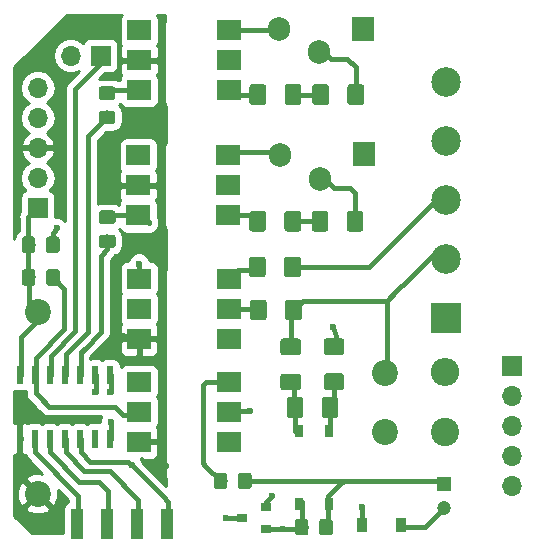
<source format=gbr>
G04 #@! TF.GenerationSoftware,KiCad,Pcbnew,5.0.1*
G04 #@! TF.CreationDate,2019-01-05T16:55:32+01:00*
G04 #@! TF.ProjectId,sensor_board-ac-7 -without-regulator-2,73656E736F725F626F6172642D61632D,V1.2*
G04 #@! TF.SameCoordinates,Original*
G04 #@! TF.FileFunction,Copper,L2,Bot,Signal*
G04 #@! TF.FilePolarity,Positive*
%FSLAX46Y46*%
G04 Gerber Fmt 4.6, Leading zero omitted, Abs format (unit mm)*
G04 Created by KiCad (PCBNEW 5.0.1) date Sat 05 Jan 2019 04:55:32 PM CET*
%MOMM*%
%LPD*%
G01*
G04 APERTURE LIST*
G04 #@! TA.AperFunction,SMDPad,CuDef*
%ADD10R,2.000000X1.780000*%
G04 #@! TD*
G04 #@! TA.AperFunction,Conductor*
%ADD11C,0.100000*%
G04 #@! TD*
G04 #@! TA.AperFunction,SMDPad,CuDef*
%ADD12C,1.425000*%
G04 #@! TD*
G04 #@! TA.AperFunction,SMDPad,CuDef*
%ADD13R,0.900000X0.800000*%
G04 #@! TD*
G04 #@! TA.AperFunction,SMDPad,CuDef*
%ADD14C,1.150000*%
G04 #@! TD*
G04 #@! TA.AperFunction,SMDPad,CuDef*
%ADD15R,1.000000X2.510000*%
G04 #@! TD*
G04 #@! TA.AperFunction,ComponentPad*
%ADD16O,2.400000X2.400000*%
G04 #@! TD*
G04 #@! TA.AperFunction,ComponentPad*
%ADD17C,2.400000*%
G04 #@! TD*
G04 #@! TA.AperFunction,ComponentPad*
%ADD18C,2.500000*%
G04 #@! TD*
G04 #@! TA.AperFunction,ComponentPad*
%ADD19R,2.500000X2.500000*%
G04 #@! TD*
G04 #@! TA.AperFunction,SMDPad,CuDef*
%ADD20R,0.900000X1.200000*%
G04 #@! TD*
G04 #@! TA.AperFunction,ComponentPad*
%ADD21O,1.700000X1.700000*%
G04 #@! TD*
G04 #@! TA.AperFunction,ComponentPad*
%ADD22R,1.700000X1.700000*%
G04 #@! TD*
G04 #@! TA.AperFunction,ComponentPad*
%ADD23C,1.200000*%
G04 #@! TD*
G04 #@! TA.AperFunction,ComponentPad*
%ADD24R,1.200000X1.200000*%
G04 #@! TD*
G04 #@! TA.AperFunction,ComponentPad*
%ADD25C,2.200000*%
G04 #@! TD*
G04 #@! TA.AperFunction,ComponentPad*
%ADD26R,1.905000X2.000000*%
G04 #@! TD*
G04 #@! TA.AperFunction,ComponentPad*
%ADD27O,1.905000X2.000000*%
G04 #@! TD*
G04 #@! TA.AperFunction,SMDPad,CuDef*
%ADD28R,0.800000X1.000000*%
G04 #@! TD*
G04 #@! TA.AperFunction,SMDPad,CuDef*
%ADD29R,0.600000X1.500000*%
G04 #@! TD*
G04 #@! TA.AperFunction,ViaPad*
%ADD30C,0.600000*%
G04 #@! TD*
G04 #@! TA.AperFunction,Conductor*
%ADD31C,0.400000*%
G04 #@! TD*
G04 #@! TA.AperFunction,Conductor*
%ADD32C,0.254000*%
G04 #@! TD*
G04 APERTURE END LIST*
D10*
G04 #@! TO.P,U3,6*
G04 #@! TO.N,Net-(R17-Pad2)*
X47396400Y-44005500D03*
G04 #@! TO.P,U3,3*
G04 #@! TO.N,N/C*
X39776400Y-38925500D03*
G04 #@! TO.P,U3,5*
X47396400Y-41465500D03*
G04 #@! TO.P,U3,2*
G04 #@! TO.N,GND*
X39776400Y-41465500D03*
G04 #@! TO.P,U3,4*
G04 #@! TO.N,Net-(Q2-Pad3)*
X47396400Y-38925500D03*
G04 #@! TO.P,U3,1*
G04 #@! TO.N,Net-(R4-Pad2)*
X39776400Y-44005500D03*
G04 #@! TD*
D11*
G04 #@! TO.N,NEUT*
G04 #@! TO.C,R6*
G36*
X53334184Y-54420344D02*
X53358453Y-54423944D01*
X53382251Y-54429905D01*
X53405351Y-54438170D01*
X53427529Y-54448660D01*
X53448573Y-54461273D01*
X53468278Y-54475887D01*
X53486457Y-54492363D01*
X53502933Y-54510542D01*
X53517547Y-54530247D01*
X53530160Y-54551291D01*
X53540650Y-54573469D01*
X53548915Y-54596569D01*
X53554876Y-54620367D01*
X53558476Y-54644636D01*
X53559680Y-54669140D01*
X53559680Y-55594140D01*
X53558476Y-55618644D01*
X53554876Y-55642913D01*
X53548915Y-55666711D01*
X53540650Y-55689811D01*
X53530160Y-55711989D01*
X53517547Y-55733033D01*
X53502933Y-55752738D01*
X53486457Y-55770917D01*
X53468278Y-55787393D01*
X53448573Y-55802007D01*
X53427529Y-55814620D01*
X53405351Y-55825110D01*
X53382251Y-55833375D01*
X53358453Y-55839336D01*
X53334184Y-55842936D01*
X53309680Y-55844140D01*
X52059680Y-55844140D01*
X52035176Y-55842936D01*
X52010907Y-55839336D01*
X51987109Y-55833375D01*
X51964009Y-55825110D01*
X51941831Y-55814620D01*
X51920787Y-55802007D01*
X51901082Y-55787393D01*
X51882903Y-55770917D01*
X51866427Y-55752738D01*
X51851813Y-55733033D01*
X51839200Y-55711989D01*
X51828710Y-55689811D01*
X51820445Y-55666711D01*
X51814484Y-55642913D01*
X51810884Y-55618644D01*
X51809680Y-55594140D01*
X51809680Y-54669140D01*
X51810884Y-54644636D01*
X51814484Y-54620367D01*
X51820445Y-54596569D01*
X51828710Y-54573469D01*
X51839200Y-54551291D01*
X51851813Y-54530247D01*
X51866427Y-54510542D01*
X51882903Y-54492363D01*
X51901082Y-54475887D01*
X51920787Y-54461273D01*
X51941831Y-54448660D01*
X51964009Y-54438170D01*
X51987109Y-54429905D01*
X52010907Y-54423944D01*
X52035176Y-54420344D01*
X52059680Y-54419140D01*
X53309680Y-54419140D01*
X53334184Y-54420344D01*
X53334184Y-54420344D01*
G37*
D12*
G04 #@! TD*
G04 #@! TO.P,R6,2*
G04 #@! TO.N,NEUT*
X52684680Y-55131640D03*
D11*
G04 #@! TO.N,Net-(C1-Pad1)*
G04 #@! TO.C,R6*
G36*
X53334184Y-57395344D02*
X53358453Y-57398944D01*
X53382251Y-57404905D01*
X53405351Y-57413170D01*
X53427529Y-57423660D01*
X53448573Y-57436273D01*
X53468278Y-57450887D01*
X53486457Y-57467363D01*
X53502933Y-57485542D01*
X53517547Y-57505247D01*
X53530160Y-57526291D01*
X53540650Y-57548469D01*
X53548915Y-57571569D01*
X53554876Y-57595367D01*
X53558476Y-57619636D01*
X53559680Y-57644140D01*
X53559680Y-58569140D01*
X53558476Y-58593644D01*
X53554876Y-58617913D01*
X53548915Y-58641711D01*
X53540650Y-58664811D01*
X53530160Y-58686989D01*
X53517547Y-58708033D01*
X53502933Y-58727738D01*
X53486457Y-58745917D01*
X53468278Y-58762393D01*
X53448573Y-58777007D01*
X53427529Y-58789620D01*
X53405351Y-58800110D01*
X53382251Y-58808375D01*
X53358453Y-58814336D01*
X53334184Y-58817936D01*
X53309680Y-58819140D01*
X52059680Y-58819140D01*
X52035176Y-58817936D01*
X52010907Y-58814336D01*
X51987109Y-58808375D01*
X51964009Y-58800110D01*
X51941831Y-58789620D01*
X51920787Y-58777007D01*
X51901082Y-58762393D01*
X51882903Y-58745917D01*
X51866427Y-58727738D01*
X51851813Y-58708033D01*
X51839200Y-58686989D01*
X51828710Y-58664811D01*
X51820445Y-58641711D01*
X51814484Y-58617913D01*
X51810884Y-58593644D01*
X51809680Y-58569140D01*
X51809680Y-57644140D01*
X51810884Y-57619636D01*
X51814484Y-57595367D01*
X51820445Y-57571569D01*
X51828710Y-57548469D01*
X51839200Y-57526291D01*
X51851813Y-57505247D01*
X51866427Y-57485542D01*
X51882903Y-57467363D01*
X51901082Y-57450887D01*
X51920787Y-57436273D01*
X51941831Y-57423660D01*
X51964009Y-57413170D01*
X51987109Y-57404905D01*
X52010907Y-57398944D01*
X52035176Y-57395344D01*
X52059680Y-57394140D01*
X53309680Y-57394140D01*
X53334184Y-57395344D01*
X53334184Y-57395344D01*
G37*
D12*
G04 #@! TD*
G04 #@! TO.P,R6,1*
G04 #@! TO.N,Net-(C1-Pad1)*
X52684680Y-58106640D03*
D13*
G04 #@! TO.P,Q5,1*
G04 #@! TO.N,Net-(C2-Pad2)*
X50585880Y-68682220D03*
G04 #@! TO.P,Q5,2*
G04 #@! TO.N,Net-(D1-Pad2)*
X50585880Y-70582220D03*
G04 #@! TO.P,Q5,3*
G04 #@! TO.N,Net-(Q5-Pad3)*
X48585880Y-69632220D03*
G04 #@! TD*
D11*
G04 #@! TO.N,Net-(R17-Pad1)*
G04 #@! TO.C,R17*
G36*
X53346004Y-43614304D02*
X53370273Y-43617904D01*
X53394071Y-43623865D01*
X53417171Y-43632130D01*
X53439349Y-43642620D01*
X53460393Y-43655233D01*
X53480098Y-43669847D01*
X53498277Y-43686323D01*
X53514753Y-43704502D01*
X53529367Y-43724207D01*
X53541980Y-43745251D01*
X53552470Y-43767429D01*
X53560735Y-43790529D01*
X53566696Y-43814327D01*
X53570296Y-43838596D01*
X53571500Y-43863100D01*
X53571500Y-45113100D01*
X53570296Y-45137604D01*
X53566696Y-45161873D01*
X53560735Y-45185671D01*
X53552470Y-45208771D01*
X53541980Y-45230949D01*
X53529367Y-45251993D01*
X53514753Y-45271698D01*
X53498277Y-45289877D01*
X53480098Y-45306353D01*
X53460393Y-45320967D01*
X53439349Y-45333580D01*
X53417171Y-45344070D01*
X53394071Y-45352335D01*
X53370273Y-45358296D01*
X53346004Y-45361896D01*
X53321500Y-45363100D01*
X52396500Y-45363100D01*
X52371996Y-45361896D01*
X52347727Y-45358296D01*
X52323929Y-45352335D01*
X52300829Y-45344070D01*
X52278651Y-45333580D01*
X52257607Y-45320967D01*
X52237902Y-45306353D01*
X52219723Y-45289877D01*
X52203247Y-45271698D01*
X52188633Y-45251993D01*
X52176020Y-45230949D01*
X52165530Y-45208771D01*
X52157265Y-45185671D01*
X52151304Y-45161873D01*
X52147704Y-45137604D01*
X52146500Y-45113100D01*
X52146500Y-43863100D01*
X52147704Y-43838596D01*
X52151304Y-43814327D01*
X52157265Y-43790529D01*
X52165530Y-43767429D01*
X52176020Y-43745251D01*
X52188633Y-43724207D01*
X52203247Y-43704502D01*
X52219723Y-43686323D01*
X52237902Y-43669847D01*
X52257607Y-43655233D01*
X52278651Y-43642620D01*
X52300829Y-43632130D01*
X52323929Y-43623865D01*
X52347727Y-43617904D01*
X52371996Y-43614304D01*
X52396500Y-43613100D01*
X53321500Y-43613100D01*
X53346004Y-43614304D01*
X53346004Y-43614304D01*
G37*
D12*
G04 #@! TD*
G04 #@! TO.P,R17,1*
G04 #@! TO.N,Net-(R17-Pad1)*
X52859000Y-44488100D03*
D11*
G04 #@! TO.N,Net-(R17-Pad2)*
G04 #@! TO.C,R17*
G36*
X50371004Y-43614304D02*
X50395273Y-43617904D01*
X50419071Y-43623865D01*
X50442171Y-43632130D01*
X50464349Y-43642620D01*
X50485393Y-43655233D01*
X50505098Y-43669847D01*
X50523277Y-43686323D01*
X50539753Y-43704502D01*
X50554367Y-43724207D01*
X50566980Y-43745251D01*
X50577470Y-43767429D01*
X50585735Y-43790529D01*
X50591696Y-43814327D01*
X50595296Y-43838596D01*
X50596500Y-43863100D01*
X50596500Y-45113100D01*
X50595296Y-45137604D01*
X50591696Y-45161873D01*
X50585735Y-45185671D01*
X50577470Y-45208771D01*
X50566980Y-45230949D01*
X50554367Y-45251993D01*
X50539753Y-45271698D01*
X50523277Y-45289877D01*
X50505098Y-45306353D01*
X50485393Y-45320967D01*
X50464349Y-45333580D01*
X50442171Y-45344070D01*
X50419071Y-45352335D01*
X50395273Y-45358296D01*
X50371004Y-45361896D01*
X50346500Y-45363100D01*
X49421500Y-45363100D01*
X49396996Y-45361896D01*
X49372727Y-45358296D01*
X49348929Y-45352335D01*
X49325829Y-45344070D01*
X49303651Y-45333580D01*
X49282607Y-45320967D01*
X49262902Y-45306353D01*
X49244723Y-45289877D01*
X49228247Y-45271698D01*
X49213633Y-45251993D01*
X49201020Y-45230949D01*
X49190530Y-45208771D01*
X49182265Y-45185671D01*
X49176304Y-45161873D01*
X49172704Y-45137604D01*
X49171500Y-45113100D01*
X49171500Y-43863100D01*
X49172704Y-43838596D01*
X49176304Y-43814327D01*
X49182265Y-43790529D01*
X49190530Y-43767429D01*
X49201020Y-43745251D01*
X49213633Y-43724207D01*
X49228247Y-43704502D01*
X49244723Y-43686323D01*
X49262902Y-43669847D01*
X49282607Y-43655233D01*
X49303651Y-43642620D01*
X49325829Y-43632130D01*
X49348929Y-43623865D01*
X49372727Y-43617904D01*
X49396996Y-43614304D01*
X49421500Y-43613100D01*
X50346500Y-43613100D01*
X50371004Y-43614304D01*
X50371004Y-43614304D01*
G37*
D12*
G04 #@! TD*
G04 #@! TO.P,R17,2*
G04 #@! TO.N,Net-(R17-Pad2)*
X49884000Y-44488100D03*
D11*
G04 #@! TO.N,Net-(R3-Pad1)*
G04 #@! TO.C,R3*
G36*
X37594065Y-35119664D02*
X37618333Y-35123264D01*
X37642132Y-35129225D01*
X37665231Y-35137490D01*
X37687410Y-35147980D01*
X37708453Y-35160592D01*
X37728159Y-35175207D01*
X37746337Y-35191683D01*
X37762813Y-35209861D01*
X37777428Y-35229567D01*
X37790040Y-35250610D01*
X37800530Y-35272789D01*
X37808795Y-35295888D01*
X37814756Y-35319687D01*
X37818356Y-35343955D01*
X37819560Y-35368459D01*
X37819560Y-36018461D01*
X37818356Y-36042965D01*
X37814756Y-36067233D01*
X37808795Y-36091032D01*
X37800530Y-36114131D01*
X37790040Y-36136310D01*
X37777428Y-36157353D01*
X37762813Y-36177059D01*
X37746337Y-36195237D01*
X37728159Y-36211713D01*
X37708453Y-36226328D01*
X37687410Y-36238940D01*
X37665231Y-36249430D01*
X37642132Y-36257695D01*
X37618333Y-36263656D01*
X37594065Y-36267256D01*
X37569561Y-36268460D01*
X36669559Y-36268460D01*
X36645055Y-36267256D01*
X36620787Y-36263656D01*
X36596988Y-36257695D01*
X36573889Y-36249430D01*
X36551710Y-36238940D01*
X36530667Y-36226328D01*
X36510961Y-36211713D01*
X36492783Y-36195237D01*
X36476307Y-36177059D01*
X36461692Y-36157353D01*
X36449080Y-36136310D01*
X36438590Y-36114131D01*
X36430325Y-36091032D01*
X36424364Y-36067233D01*
X36420764Y-36042965D01*
X36419560Y-36018461D01*
X36419560Y-35368459D01*
X36420764Y-35343955D01*
X36424364Y-35319687D01*
X36430325Y-35295888D01*
X36438590Y-35272789D01*
X36449080Y-35250610D01*
X36461692Y-35229567D01*
X36476307Y-35209861D01*
X36492783Y-35191683D01*
X36510961Y-35175207D01*
X36530667Y-35160592D01*
X36551710Y-35147980D01*
X36573889Y-35137490D01*
X36596988Y-35129225D01*
X36620787Y-35123264D01*
X36645055Y-35119664D01*
X36669559Y-35118460D01*
X37569561Y-35118460D01*
X37594065Y-35119664D01*
X37594065Y-35119664D01*
G37*
D14*
G04 #@! TD*
G04 #@! TO.P,R3,1*
G04 #@! TO.N,Net-(R3-Pad1)*
X37119560Y-35693460D03*
D11*
G04 #@! TO.N,Net-(R3-Pad2)*
G04 #@! TO.C,R3*
G36*
X37594065Y-33069664D02*
X37618333Y-33073264D01*
X37642132Y-33079225D01*
X37665231Y-33087490D01*
X37687410Y-33097980D01*
X37708453Y-33110592D01*
X37728159Y-33125207D01*
X37746337Y-33141683D01*
X37762813Y-33159861D01*
X37777428Y-33179567D01*
X37790040Y-33200610D01*
X37800530Y-33222789D01*
X37808795Y-33245888D01*
X37814756Y-33269687D01*
X37818356Y-33293955D01*
X37819560Y-33318459D01*
X37819560Y-33968461D01*
X37818356Y-33992965D01*
X37814756Y-34017233D01*
X37808795Y-34041032D01*
X37800530Y-34064131D01*
X37790040Y-34086310D01*
X37777428Y-34107353D01*
X37762813Y-34127059D01*
X37746337Y-34145237D01*
X37728159Y-34161713D01*
X37708453Y-34176328D01*
X37687410Y-34188940D01*
X37665231Y-34199430D01*
X37642132Y-34207695D01*
X37618333Y-34213656D01*
X37594065Y-34217256D01*
X37569561Y-34218460D01*
X36669559Y-34218460D01*
X36645055Y-34217256D01*
X36620787Y-34213656D01*
X36596988Y-34207695D01*
X36573889Y-34199430D01*
X36551710Y-34188940D01*
X36530667Y-34176328D01*
X36510961Y-34161713D01*
X36492783Y-34145237D01*
X36476307Y-34127059D01*
X36461692Y-34107353D01*
X36449080Y-34086310D01*
X36438590Y-34064131D01*
X36430325Y-34041032D01*
X36424364Y-34017233D01*
X36420764Y-33992965D01*
X36419560Y-33968461D01*
X36419560Y-33318459D01*
X36420764Y-33293955D01*
X36424364Y-33269687D01*
X36430325Y-33245888D01*
X36438590Y-33222789D01*
X36449080Y-33200610D01*
X36461692Y-33179567D01*
X36476307Y-33159861D01*
X36492783Y-33141683D01*
X36510961Y-33125207D01*
X36530667Y-33110592D01*
X36551710Y-33097980D01*
X36573889Y-33087490D01*
X36596988Y-33079225D01*
X36620787Y-33073264D01*
X36645055Y-33069664D01*
X36669559Y-33068460D01*
X37569561Y-33068460D01*
X37594065Y-33069664D01*
X37594065Y-33069664D01*
G37*
D14*
G04 #@! TD*
G04 #@! TO.P,R3,2*
G04 #@! TO.N,Net-(R3-Pad2)*
X37119560Y-33643460D03*
D11*
G04 #@! TO.N,Net-(C8-Pad2)*
G04 #@! TO.C,C8*
G36*
X50332904Y-47487804D02*
X50357173Y-47491404D01*
X50380971Y-47497365D01*
X50404071Y-47505630D01*
X50426249Y-47516120D01*
X50447293Y-47528733D01*
X50466998Y-47543347D01*
X50485177Y-47559823D01*
X50501653Y-47578002D01*
X50516267Y-47597707D01*
X50528880Y-47618751D01*
X50539370Y-47640929D01*
X50547635Y-47664029D01*
X50553596Y-47687827D01*
X50557196Y-47712096D01*
X50558400Y-47736600D01*
X50558400Y-48986600D01*
X50557196Y-49011104D01*
X50553596Y-49035373D01*
X50547635Y-49059171D01*
X50539370Y-49082271D01*
X50528880Y-49104449D01*
X50516267Y-49125493D01*
X50501653Y-49145198D01*
X50485177Y-49163377D01*
X50466998Y-49179853D01*
X50447293Y-49194467D01*
X50426249Y-49207080D01*
X50404071Y-49217570D01*
X50380971Y-49225835D01*
X50357173Y-49231796D01*
X50332904Y-49235396D01*
X50308400Y-49236600D01*
X49383400Y-49236600D01*
X49358896Y-49235396D01*
X49334627Y-49231796D01*
X49310829Y-49225835D01*
X49287729Y-49217570D01*
X49265551Y-49207080D01*
X49244507Y-49194467D01*
X49224802Y-49179853D01*
X49206623Y-49163377D01*
X49190147Y-49145198D01*
X49175533Y-49125493D01*
X49162920Y-49104449D01*
X49152430Y-49082271D01*
X49144165Y-49059171D01*
X49138204Y-49035373D01*
X49134604Y-49011104D01*
X49133400Y-48986600D01*
X49133400Y-47736600D01*
X49134604Y-47712096D01*
X49138204Y-47687827D01*
X49144165Y-47664029D01*
X49152430Y-47640929D01*
X49162920Y-47618751D01*
X49175533Y-47597707D01*
X49190147Y-47578002D01*
X49206623Y-47559823D01*
X49224802Y-47543347D01*
X49244507Y-47528733D01*
X49265551Y-47516120D01*
X49287729Y-47505630D01*
X49310829Y-47497365D01*
X49334627Y-47491404D01*
X49358896Y-47487804D01*
X49383400Y-47486600D01*
X50308400Y-47486600D01*
X50332904Y-47487804D01*
X50332904Y-47487804D01*
G37*
D12*
G04 #@! TD*
G04 #@! TO.P,C8,2*
G04 #@! TO.N,Net-(C8-Pad2)*
X49845900Y-48361600D03*
D11*
G04 #@! TO.N,SW_1_LINE*
G04 #@! TO.C,C8*
G36*
X53307904Y-47487804D02*
X53332173Y-47491404D01*
X53355971Y-47497365D01*
X53379071Y-47505630D01*
X53401249Y-47516120D01*
X53422293Y-47528733D01*
X53441998Y-47543347D01*
X53460177Y-47559823D01*
X53476653Y-47578002D01*
X53491267Y-47597707D01*
X53503880Y-47618751D01*
X53514370Y-47640929D01*
X53522635Y-47664029D01*
X53528596Y-47687827D01*
X53532196Y-47712096D01*
X53533400Y-47736600D01*
X53533400Y-48986600D01*
X53532196Y-49011104D01*
X53528596Y-49035373D01*
X53522635Y-49059171D01*
X53514370Y-49082271D01*
X53503880Y-49104449D01*
X53491267Y-49125493D01*
X53476653Y-49145198D01*
X53460177Y-49163377D01*
X53441998Y-49179853D01*
X53422293Y-49194467D01*
X53401249Y-49207080D01*
X53379071Y-49217570D01*
X53355971Y-49225835D01*
X53332173Y-49231796D01*
X53307904Y-49235396D01*
X53283400Y-49236600D01*
X52358400Y-49236600D01*
X52333896Y-49235396D01*
X52309627Y-49231796D01*
X52285829Y-49225835D01*
X52262729Y-49217570D01*
X52240551Y-49207080D01*
X52219507Y-49194467D01*
X52199802Y-49179853D01*
X52181623Y-49163377D01*
X52165147Y-49145198D01*
X52150533Y-49125493D01*
X52137920Y-49104449D01*
X52127430Y-49082271D01*
X52119165Y-49059171D01*
X52113204Y-49035373D01*
X52109604Y-49011104D01*
X52108400Y-48986600D01*
X52108400Y-47736600D01*
X52109604Y-47712096D01*
X52113204Y-47687827D01*
X52119165Y-47664029D01*
X52127430Y-47640929D01*
X52137920Y-47618751D01*
X52150533Y-47597707D01*
X52165147Y-47578002D01*
X52181623Y-47559823D01*
X52199802Y-47543347D01*
X52219507Y-47528733D01*
X52240551Y-47516120D01*
X52262729Y-47505630D01*
X52285829Y-47497365D01*
X52309627Y-47491404D01*
X52333896Y-47487804D01*
X52358400Y-47486600D01*
X53283400Y-47486600D01*
X53307904Y-47487804D01*
X53307904Y-47487804D01*
G37*
D12*
G04 #@! TD*
G04 #@! TO.P,C8,1*
G04 #@! TO.N,SW_1_LINE*
X52820900Y-48361600D03*
D15*
G04 #@! TO.P,J5,4*
G04 #@! TO.N,Net-(J5-Pad4)*
X42181780Y-70128980D03*
G04 #@! TO.P,J5,2*
G04 #@! TO.N,Net-(J5-Pad2)*
X37101780Y-70128980D03*
G04 #@! TO.P,J5,3*
G04 #@! TO.N,Net-(J5-Pad3)*
X39641780Y-70128980D03*
G04 #@! TO.P,J5,1*
G04 #@! TO.N,Net-(J5-Pad1)*
X34561780Y-70128980D03*
G04 #@! TD*
D11*
G04 #@! TO.N,LINE*
G04 #@! TO.C,R2*
G36*
X58616504Y-43614304D02*
X58640773Y-43617904D01*
X58664571Y-43623865D01*
X58687671Y-43632130D01*
X58709849Y-43642620D01*
X58730893Y-43655233D01*
X58750598Y-43669847D01*
X58768777Y-43686323D01*
X58785253Y-43704502D01*
X58799867Y-43724207D01*
X58812480Y-43745251D01*
X58822970Y-43767429D01*
X58831235Y-43790529D01*
X58837196Y-43814327D01*
X58840796Y-43838596D01*
X58842000Y-43863100D01*
X58842000Y-45113100D01*
X58840796Y-45137604D01*
X58837196Y-45161873D01*
X58831235Y-45185671D01*
X58822970Y-45208771D01*
X58812480Y-45230949D01*
X58799867Y-45251993D01*
X58785253Y-45271698D01*
X58768777Y-45289877D01*
X58750598Y-45306353D01*
X58730893Y-45320967D01*
X58709849Y-45333580D01*
X58687671Y-45344070D01*
X58664571Y-45352335D01*
X58640773Y-45358296D01*
X58616504Y-45361896D01*
X58592000Y-45363100D01*
X57667000Y-45363100D01*
X57642496Y-45361896D01*
X57618227Y-45358296D01*
X57594429Y-45352335D01*
X57571329Y-45344070D01*
X57549151Y-45333580D01*
X57528107Y-45320967D01*
X57508402Y-45306353D01*
X57490223Y-45289877D01*
X57473747Y-45271698D01*
X57459133Y-45251993D01*
X57446520Y-45230949D01*
X57436030Y-45208771D01*
X57427765Y-45185671D01*
X57421804Y-45161873D01*
X57418204Y-45137604D01*
X57417000Y-45113100D01*
X57417000Y-43863100D01*
X57418204Y-43838596D01*
X57421804Y-43814327D01*
X57427765Y-43790529D01*
X57436030Y-43767429D01*
X57446520Y-43745251D01*
X57459133Y-43724207D01*
X57473747Y-43704502D01*
X57490223Y-43686323D01*
X57508402Y-43669847D01*
X57528107Y-43655233D01*
X57549151Y-43642620D01*
X57571329Y-43632130D01*
X57594429Y-43623865D01*
X57618227Y-43617904D01*
X57642496Y-43614304D01*
X57667000Y-43613100D01*
X58592000Y-43613100D01*
X58616504Y-43614304D01*
X58616504Y-43614304D01*
G37*
D12*
G04 #@! TD*
G04 #@! TO.P,R2,2*
G04 #@! TO.N,LINE*
X58129500Y-44488100D03*
D11*
G04 #@! TO.N,Net-(R17-Pad1)*
G04 #@! TO.C,R2*
G36*
X55641504Y-43614304D02*
X55665773Y-43617904D01*
X55689571Y-43623865D01*
X55712671Y-43632130D01*
X55734849Y-43642620D01*
X55755893Y-43655233D01*
X55775598Y-43669847D01*
X55793777Y-43686323D01*
X55810253Y-43704502D01*
X55824867Y-43724207D01*
X55837480Y-43745251D01*
X55847970Y-43767429D01*
X55856235Y-43790529D01*
X55862196Y-43814327D01*
X55865796Y-43838596D01*
X55867000Y-43863100D01*
X55867000Y-45113100D01*
X55865796Y-45137604D01*
X55862196Y-45161873D01*
X55856235Y-45185671D01*
X55847970Y-45208771D01*
X55837480Y-45230949D01*
X55824867Y-45251993D01*
X55810253Y-45271698D01*
X55793777Y-45289877D01*
X55775598Y-45306353D01*
X55755893Y-45320967D01*
X55734849Y-45333580D01*
X55712671Y-45344070D01*
X55689571Y-45352335D01*
X55665773Y-45358296D01*
X55641504Y-45361896D01*
X55617000Y-45363100D01*
X54692000Y-45363100D01*
X54667496Y-45361896D01*
X54643227Y-45358296D01*
X54619429Y-45352335D01*
X54596329Y-45344070D01*
X54574151Y-45333580D01*
X54553107Y-45320967D01*
X54533402Y-45306353D01*
X54515223Y-45289877D01*
X54498747Y-45271698D01*
X54484133Y-45251993D01*
X54471520Y-45230949D01*
X54461030Y-45208771D01*
X54452765Y-45185671D01*
X54446804Y-45161873D01*
X54443204Y-45137604D01*
X54442000Y-45113100D01*
X54442000Y-43863100D01*
X54443204Y-43838596D01*
X54446804Y-43814327D01*
X54452765Y-43790529D01*
X54461030Y-43767429D01*
X54471520Y-43745251D01*
X54484133Y-43724207D01*
X54498747Y-43704502D01*
X54515223Y-43686323D01*
X54533402Y-43669847D01*
X54553107Y-43655233D01*
X54574151Y-43642620D01*
X54596329Y-43632130D01*
X54619429Y-43623865D01*
X54643227Y-43617904D01*
X54667496Y-43614304D01*
X54692000Y-43613100D01*
X55617000Y-43613100D01*
X55641504Y-43614304D01*
X55641504Y-43614304D01*
G37*
D12*
G04 #@! TD*
G04 #@! TO.P,R2,1*
G04 #@! TO.N,Net-(R17-Pad1)*
X55154500Y-44488100D03*
D11*
G04 #@! TO.N,Net-(R16-Pad2)*
G04 #@! TO.C,R16*
G36*
X50383704Y-32895504D02*
X50407973Y-32899104D01*
X50431771Y-32905065D01*
X50454871Y-32913330D01*
X50477049Y-32923820D01*
X50498093Y-32936433D01*
X50517798Y-32951047D01*
X50535977Y-32967523D01*
X50552453Y-32985702D01*
X50567067Y-33005407D01*
X50579680Y-33026451D01*
X50590170Y-33048629D01*
X50598435Y-33071729D01*
X50604396Y-33095527D01*
X50607996Y-33119796D01*
X50609200Y-33144300D01*
X50609200Y-34394300D01*
X50607996Y-34418804D01*
X50604396Y-34443073D01*
X50598435Y-34466871D01*
X50590170Y-34489971D01*
X50579680Y-34512149D01*
X50567067Y-34533193D01*
X50552453Y-34552898D01*
X50535977Y-34571077D01*
X50517798Y-34587553D01*
X50498093Y-34602167D01*
X50477049Y-34614780D01*
X50454871Y-34625270D01*
X50431771Y-34633535D01*
X50407973Y-34639496D01*
X50383704Y-34643096D01*
X50359200Y-34644300D01*
X49434200Y-34644300D01*
X49409696Y-34643096D01*
X49385427Y-34639496D01*
X49361629Y-34633535D01*
X49338529Y-34625270D01*
X49316351Y-34614780D01*
X49295307Y-34602167D01*
X49275602Y-34587553D01*
X49257423Y-34571077D01*
X49240947Y-34552898D01*
X49226333Y-34533193D01*
X49213720Y-34512149D01*
X49203230Y-34489971D01*
X49194965Y-34466871D01*
X49189004Y-34443073D01*
X49185404Y-34418804D01*
X49184200Y-34394300D01*
X49184200Y-33144300D01*
X49185404Y-33119796D01*
X49189004Y-33095527D01*
X49194965Y-33071729D01*
X49203230Y-33048629D01*
X49213720Y-33026451D01*
X49226333Y-33005407D01*
X49240947Y-32985702D01*
X49257423Y-32967523D01*
X49275602Y-32951047D01*
X49295307Y-32936433D01*
X49316351Y-32923820D01*
X49338529Y-32913330D01*
X49361629Y-32905065D01*
X49385427Y-32899104D01*
X49409696Y-32895504D01*
X49434200Y-32894300D01*
X50359200Y-32894300D01*
X50383704Y-32895504D01*
X50383704Y-32895504D01*
G37*
D12*
G04 #@! TD*
G04 #@! TO.P,R16,2*
G04 #@! TO.N,Net-(R16-Pad2)*
X49896700Y-33769300D03*
D11*
G04 #@! TO.N,Net-(R1-Pad1)*
G04 #@! TO.C,R16*
G36*
X53358704Y-32895504D02*
X53382973Y-32899104D01*
X53406771Y-32905065D01*
X53429871Y-32913330D01*
X53452049Y-32923820D01*
X53473093Y-32936433D01*
X53492798Y-32951047D01*
X53510977Y-32967523D01*
X53527453Y-32985702D01*
X53542067Y-33005407D01*
X53554680Y-33026451D01*
X53565170Y-33048629D01*
X53573435Y-33071729D01*
X53579396Y-33095527D01*
X53582996Y-33119796D01*
X53584200Y-33144300D01*
X53584200Y-34394300D01*
X53582996Y-34418804D01*
X53579396Y-34443073D01*
X53573435Y-34466871D01*
X53565170Y-34489971D01*
X53554680Y-34512149D01*
X53542067Y-34533193D01*
X53527453Y-34552898D01*
X53510977Y-34571077D01*
X53492798Y-34587553D01*
X53473093Y-34602167D01*
X53452049Y-34614780D01*
X53429871Y-34625270D01*
X53406771Y-34633535D01*
X53382973Y-34639496D01*
X53358704Y-34643096D01*
X53334200Y-34644300D01*
X52409200Y-34644300D01*
X52384696Y-34643096D01*
X52360427Y-34639496D01*
X52336629Y-34633535D01*
X52313529Y-34625270D01*
X52291351Y-34614780D01*
X52270307Y-34602167D01*
X52250602Y-34587553D01*
X52232423Y-34571077D01*
X52215947Y-34552898D01*
X52201333Y-34533193D01*
X52188720Y-34512149D01*
X52178230Y-34489971D01*
X52169965Y-34466871D01*
X52164004Y-34443073D01*
X52160404Y-34418804D01*
X52159200Y-34394300D01*
X52159200Y-33144300D01*
X52160404Y-33119796D01*
X52164004Y-33095527D01*
X52169965Y-33071729D01*
X52178230Y-33048629D01*
X52188720Y-33026451D01*
X52201333Y-33005407D01*
X52215947Y-32985702D01*
X52232423Y-32967523D01*
X52250602Y-32951047D01*
X52270307Y-32936433D01*
X52291351Y-32923820D01*
X52313529Y-32913330D01*
X52336629Y-32905065D01*
X52360427Y-32899104D01*
X52384696Y-32895504D01*
X52409200Y-32894300D01*
X53334200Y-32894300D01*
X53358704Y-32895504D01*
X53358704Y-32895504D01*
G37*
D12*
G04 #@! TD*
G04 #@! TO.P,R16,1*
G04 #@! TO.N,Net-(R1-Pad1)*
X52871700Y-33769300D03*
D11*
G04 #@! TO.N,LINE*
G04 #@! TO.C,R1*
G36*
X58680004Y-32895504D02*
X58704273Y-32899104D01*
X58728071Y-32905065D01*
X58751171Y-32913330D01*
X58773349Y-32923820D01*
X58794393Y-32936433D01*
X58814098Y-32951047D01*
X58832277Y-32967523D01*
X58848753Y-32985702D01*
X58863367Y-33005407D01*
X58875980Y-33026451D01*
X58886470Y-33048629D01*
X58894735Y-33071729D01*
X58900696Y-33095527D01*
X58904296Y-33119796D01*
X58905500Y-33144300D01*
X58905500Y-34394300D01*
X58904296Y-34418804D01*
X58900696Y-34443073D01*
X58894735Y-34466871D01*
X58886470Y-34489971D01*
X58875980Y-34512149D01*
X58863367Y-34533193D01*
X58848753Y-34552898D01*
X58832277Y-34571077D01*
X58814098Y-34587553D01*
X58794393Y-34602167D01*
X58773349Y-34614780D01*
X58751171Y-34625270D01*
X58728071Y-34633535D01*
X58704273Y-34639496D01*
X58680004Y-34643096D01*
X58655500Y-34644300D01*
X57730500Y-34644300D01*
X57705996Y-34643096D01*
X57681727Y-34639496D01*
X57657929Y-34633535D01*
X57634829Y-34625270D01*
X57612651Y-34614780D01*
X57591607Y-34602167D01*
X57571902Y-34587553D01*
X57553723Y-34571077D01*
X57537247Y-34552898D01*
X57522633Y-34533193D01*
X57510020Y-34512149D01*
X57499530Y-34489971D01*
X57491265Y-34466871D01*
X57485304Y-34443073D01*
X57481704Y-34418804D01*
X57480500Y-34394300D01*
X57480500Y-33144300D01*
X57481704Y-33119796D01*
X57485304Y-33095527D01*
X57491265Y-33071729D01*
X57499530Y-33048629D01*
X57510020Y-33026451D01*
X57522633Y-33005407D01*
X57537247Y-32985702D01*
X57553723Y-32967523D01*
X57571902Y-32951047D01*
X57591607Y-32936433D01*
X57612651Y-32923820D01*
X57634829Y-32913330D01*
X57657929Y-32905065D01*
X57681727Y-32899104D01*
X57705996Y-32895504D01*
X57730500Y-32894300D01*
X58655500Y-32894300D01*
X58680004Y-32895504D01*
X58680004Y-32895504D01*
G37*
D12*
G04 #@! TD*
G04 #@! TO.P,R1,2*
G04 #@! TO.N,LINE*
X58193000Y-33769300D03*
D11*
G04 #@! TO.N,Net-(R1-Pad1)*
G04 #@! TO.C,R1*
G36*
X55705004Y-32895504D02*
X55729273Y-32899104D01*
X55753071Y-32905065D01*
X55776171Y-32913330D01*
X55798349Y-32923820D01*
X55819393Y-32936433D01*
X55839098Y-32951047D01*
X55857277Y-32967523D01*
X55873753Y-32985702D01*
X55888367Y-33005407D01*
X55900980Y-33026451D01*
X55911470Y-33048629D01*
X55919735Y-33071729D01*
X55925696Y-33095527D01*
X55929296Y-33119796D01*
X55930500Y-33144300D01*
X55930500Y-34394300D01*
X55929296Y-34418804D01*
X55925696Y-34443073D01*
X55919735Y-34466871D01*
X55911470Y-34489971D01*
X55900980Y-34512149D01*
X55888367Y-34533193D01*
X55873753Y-34552898D01*
X55857277Y-34571077D01*
X55839098Y-34587553D01*
X55819393Y-34602167D01*
X55798349Y-34614780D01*
X55776171Y-34625270D01*
X55753071Y-34633535D01*
X55729273Y-34639496D01*
X55705004Y-34643096D01*
X55680500Y-34644300D01*
X54755500Y-34644300D01*
X54730996Y-34643096D01*
X54706727Y-34639496D01*
X54682929Y-34633535D01*
X54659829Y-34625270D01*
X54637651Y-34614780D01*
X54616607Y-34602167D01*
X54596902Y-34587553D01*
X54578723Y-34571077D01*
X54562247Y-34552898D01*
X54547633Y-34533193D01*
X54535020Y-34512149D01*
X54524530Y-34489971D01*
X54516265Y-34466871D01*
X54510304Y-34443073D01*
X54506704Y-34418804D01*
X54505500Y-34394300D01*
X54505500Y-33144300D01*
X54506704Y-33119796D01*
X54510304Y-33095527D01*
X54516265Y-33071729D01*
X54524530Y-33048629D01*
X54535020Y-33026451D01*
X54547633Y-33005407D01*
X54562247Y-32985702D01*
X54578723Y-32967523D01*
X54596902Y-32951047D01*
X54616607Y-32936433D01*
X54637651Y-32923820D01*
X54659829Y-32913330D01*
X54682929Y-32905065D01*
X54706727Y-32899104D01*
X54730996Y-32895504D01*
X54755500Y-32894300D01*
X55680500Y-32894300D01*
X55705004Y-32895504D01*
X55705004Y-32895504D01*
G37*
D12*
G04 #@! TD*
G04 #@! TO.P,R1,1*
G04 #@! TO.N,Net-(R1-Pad1)*
X55218000Y-33769300D03*
D11*
G04 #@! TO.N,Net-(R10-Pad2)*
G04 #@! TO.C,R10*
G36*
X50421804Y-51132704D02*
X50446073Y-51136304D01*
X50469871Y-51142265D01*
X50492971Y-51150530D01*
X50515149Y-51161020D01*
X50536193Y-51173633D01*
X50555898Y-51188247D01*
X50574077Y-51204723D01*
X50590553Y-51222902D01*
X50605167Y-51242607D01*
X50617780Y-51263651D01*
X50628270Y-51285829D01*
X50636535Y-51308929D01*
X50642496Y-51332727D01*
X50646096Y-51356996D01*
X50647300Y-51381500D01*
X50647300Y-52631500D01*
X50646096Y-52656004D01*
X50642496Y-52680273D01*
X50636535Y-52704071D01*
X50628270Y-52727171D01*
X50617780Y-52749349D01*
X50605167Y-52770393D01*
X50590553Y-52790098D01*
X50574077Y-52808277D01*
X50555898Y-52824753D01*
X50536193Y-52839367D01*
X50515149Y-52851980D01*
X50492971Y-52862470D01*
X50469871Y-52870735D01*
X50446073Y-52876696D01*
X50421804Y-52880296D01*
X50397300Y-52881500D01*
X49472300Y-52881500D01*
X49447796Y-52880296D01*
X49423527Y-52876696D01*
X49399729Y-52870735D01*
X49376629Y-52862470D01*
X49354451Y-52851980D01*
X49333407Y-52839367D01*
X49313702Y-52824753D01*
X49295523Y-52808277D01*
X49279047Y-52790098D01*
X49264433Y-52770393D01*
X49251820Y-52749349D01*
X49241330Y-52727171D01*
X49233065Y-52704071D01*
X49227104Y-52680273D01*
X49223504Y-52656004D01*
X49222300Y-52631500D01*
X49222300Y-51381500D01*
X49223504Y-51356996D01*
X49227104Y-51332727D01*
X49233065Y-51308929D01*
X49241330Y-51285829D01*
X49251820Y-51263651D01*
X49264433Y-51242607D01*
X49279047Y-51222902D01*
X49295523Y-51204723D01*
X49313702Y-51188247D01*
X49333407Y-51173633D01*
X49354451Y-51161020D01*
X49376629Y-51150530D01*
X49399729Y-51142265D01*
X49423527Y-51136304D01*
X49447796Y-51132704D01*
X49472300Y-51131500D01*
X50397300Y-51131500D01*
X50421804Y-51132704D01*
X50421804Y-51132704D01*
G37*
D12*
G04 #@! TD*
G04 #@! TO.P,R10,2*
G04 #@! TO.N,Net-(R10-Pad2)*
X49934800Y-52006500D03*
D11*
G04 #@! TO.N,NEUT*
G04 #@! TO.C,R10*
G36*
X53396804Y-51132704D02*
X53421073Y-51136304D01*
X53444871Y-51142265D01*
X53467971Y-51150530D01*
X53490149Y-51161020D01*
X53511193Y-51173633D01*
X53530898Y-51188247D01*
X53549077Y-51204723D01*
X53565553Y-51222902D01*
X53580167Y-51242607D01*
X53592780Y-51263651D01*
X53603270Y-51285829D01*
X53611535Y-51308929D01*
X53617496Y-51332727D01*
X53621096Y-51356996D01*
X53622300Y-51381500D01*
X53622300Y-52631500D01*
X53621096Y-52656004D01*
X53617496Y-52680273D01*
X53611535Y-52704071D01*
X53603270Y-52727171D01*
X53592780Y-52749349D01*
X53580167Y-52770393D01*
X53565553Y-52790098D01*
X53549077Y-52808277D01*
X53530898Y-52824753D01*
X53511193Y-52839367D01*
X53490149Y-52851980D01*
X53467971Y-52862470D01*
X53444871Y-52870735D01*
X53421073Y-52876696D01*
X53396804Y-52880296D01*
X53372300Y-52881500D01*
X52447300Y-52881500D01*
X52422796Y-52880296D01*
X52398527Y-52876696D01*
X52374729Y-52870735D01*
X52351629Y-52862470D01*
X52329451Y-52851980D01*
X52308407Y-52839367D01*
X52288702Y-52824753D01*
X52270523Y-52808277D01*
X52254047Y-52790098D01*
X52239433Y-52770393D01*
X52226820Y-52749349D01*
X52216330Y-52727171D01*
X52208065Y-52704071D01*
X52202104Y-52680273D01*
X52198504Y-52656004D01*
X52197300Y-52631500D01*
X52197300Y-51381500D01*
X52198504Y-51356996D01*
X52202104Y-51332727D01*
X52208065Y-51308929D01*
X52216330Y-51285829D01*
X52226820Y-51263651D01*
X52239433Y-51242607D01*
X52254047Y-51222902D01*
X52270523Y-51204723D01*
X52288702Y-51188247D01*
X52308407Y-51173633D01*
X52329451Y-51161020D01*
X52351629Y-51150530D01*
X52374729Y-51142265D01*
X52398527Y-51136304D01*
X52422796Y-51132704D01*
X52447300Y-51131500D01*
X53372300Y-51131500D01*
X53396804Y-51132704D01*
X53396804Y-51132704D01*
G37*
D12*
G04 #@! TD*
G04 #@! TO.P,R10,1*
G04 #@! TO.N,NEUT*
X52909800Y-52006500D03*
D11*
G04 #@! TO.N,LINE*
G04 #@! TO.C,R7*
G36*
X56994324Y-54407644D02*
X57018593Y-54411244D01*
X57042391Y-54417205D01*
X57065491Y-54425470D01*
X57087669Y-54435960D01*
X57108713Y-54448573D01*
X57128418Y-54463187D01*
X57146597Y-54479663D01*
X57163073Y-54497842D01*
X57177687Y-54517547D01*
X57190300Y-54538591D01*
X57200790Y-54560769D01*
X57209055Y-54583869D01*
X57215016Y-54607667D01*
X57218616Y-54631936D01*
X57219820Y-54656440D01*
X57219820Y-55581440D01*
X57218616Y-55605944D01*
X57215016Y-55630213D01*
X57209055Y-55654011D01*
X57200790Y-55677111D01*
X57190300Y-55699289D01*
X57177687Y-55720333D01*
X57163073Y-55740038D01*
X57146597Y-55758217D01*
X57128418Y-55774693D01*
X57108713Y-55789307D01*
X57087669Y-55801920D01*
X57065491Y-55812410D01*
X57042391Y-55820675D01*
X57018593Y-55826636D01*
X56994324Y-55830236D01*
X56969820Y-55831440D01*
X55719820Y-55831440D01*
X55695316Y-55830236D01*
X55671047Y-55826636D01*
X55647249Y-55820675D01*
X55624149Y-55812410D01*
X55601971Y-55801920D01*
X55580927Y-55789307D01*
X55561222Y-55774693D01*
X55543043Y-55758217D01*
X55526567Y-55740038D01*
X55511953Y-55720333D01*
X55499340Y-55699289D01*
X55488850Y-55677111D01*
X55480585Y-55654011D01*
X55474624Y-55630213D01*
X55471024Y-55605944D01*
X55469820Y-55581440D01*
X55469820Y-54656440D01*
X55471024Y-54631936D01*
X55474624Y-54607667D01*
X55480585Y-54583869D01*
X55488850Y-54560769D01*
X55499340Y-54538591D01*
X55511953Y-54517547D01*
X55526567Y-54497842D01*
X55543043Y-54479663D01*
X55561222Y-54463187D01*
X55580927Y-54448573D01*
X55601971Y-54435960D01*
X55624149Y-54425470D01*
X55647249Y-54417205D01*
X55671047Y-54411244D01*
X55695316Y-54407644D01*
X55719820Y-54406440D01*
X56969820Y-54406440D01*
X56994324Y-54407644D01*
X56994324Y-54407644D01*
G37*
D12*
G04 #@! TD*
G04 #@! TO.P,R7,2*
G04 #@! TO.N,LINE*
X56344820Y-55118940D03*
D11*
G04 #@! TO.N,Net-(C1-Pad2)*
G04 #@! TO.C,R7*
G36*
X56994324Y-57382644D02*
X57018593Y-57386244D01*
X57042391Y-57392205D01*
X57065491Y-57400470D01*
X57087669Y-57410960D01*
X57108713Y-57423573D01*
X57128418Y-57438187D01*
X57146597Y-57454663D01*
X57163073Y-57472842D01*
X57177687Y-57492547D01*
X57190300Y-57513591D01*
X57200790Y-57535769D01*
X57209055Y-57558869D01*
X57215016Y-57582667D01*
X57218616Y-57606936D01*
X57219820Y-57631440D01*
X57219820Y-58556440D01*
X57218616Y-58580944D01*
X57215016Y-58605213D01*
X57209055Y-58629011D01*
X57200790Y-58652111D01*
X57190300Y-58674289D01*
X57177687Y-58695333D01*
X57163073Y-58715038D01*
X57146597Y-58733217D01*
X57128418Y-58749693D01*
X57108713Y-58764307D01*
X57087669Y-58776920D01*
X57065491Y-58787410D01*
X57042391Y-58795675D01*
X57018593Y-58801636D01*
X56994324Y-58805236D01*
X56969820Y-58806440D01*
X55719820Y-58806440D01*
X55695316Y-58805236D01*
X55671047Y-58801636D01*
X55647249Y-58795675D01*
X55624149Y-58787410D01*
X55601971Y-58776920D01*
X55580927Y-58764307D01*
X55561222Y-58749693D01*
X55543043Y-58733217D01*
X55526567Y-58715038D01*
X55511953Y-58695333D01*
X55499340Y-58674289D01*
X55488850Y-58652111D01*
X55480585Y-58629011D01*
X55474624Y-58605213D01*
X55471024Y-58580944D01*
X55469820Y-58556440D01*
X55469820Y-57631440D01*
X55471024Y-57606936D01*
X55474624Y-57582667D01*
X55480585Y-57558869D01*
X55488850Y-57535769D01*
X55499340Y-57513591D01*
X55511953Y-57492547D01*
X55526567Y-57472842D01*
X55543043Y-57454663D01*
X55561222Y-57438187D01*
X55580927Y-57423573D01*
X55601971Y-57410960D01*
X55624149Y-57400470D01*
X55647249Y-57392205D01*
X55671047Y-57386244D01*
X55695316Y-57382644D01*
X55719820Y-57381440D01*
X56969820Y-57381440D01*
X56994324Y-57382644D01*
X56994324Y-57382644D01*
G37*
D12*
G04 #@! TD*
G04 #@! TO.P,R7,1*
G04 #@! TO.N,Net-(C1-Pad2)*
X56344820Y-58093940D03*
D11*
G04 #@! TO.N,Net-(R14-Pad1)*
G04 #@! TO.C,R14*
G36*
X32883205Y-45783204D02*
X32907473Y-45786804D01*
X32931272Y-45792765D01*
X32954371Y-45801030D01*
X32976550Y-45811520D01*
X32997593Y-45824132D01*
X33017299Y-45838747D01*
X33035477Y-45855223D01*
X33051953Y-45873401D01*
X33066568Y-45893107D01*
X33079180Y-45914150D01*
X33089670Y-45936329D01*
X33097935Y-45959428D01*
X33103896Y-45983227D01*
X33107496Y-46007495D01*
X33108700Y-46031999D01*
X33108700Y-46932001D01*
X33107496Y-46956505D01*
X33103896Y-46980773D01*
X33097935Y-47004572D01*
X33089670Y-47027671D01*
X33079180Y-47049850D01*
X33066568Y-47070893D01*
X33051953Y-47090599D01*
X33035477Y-47108777D01*
X33017299Y-47125253D01*
X32997593Y-47139868D01*
X32976550Y-47152480D01*
X32954371Y-47162970D01*
X32931272Y-47171235D01*
X32907473Y-47177196D01*
X32883205Y-47180796D01*
X32858701Y-47182000D01*
X32208699Y-47182000D01*
X32184195Y-47180796D01*
X32159927Y-47177196D01*
X32136128Y-47171235D01*
X32113029Y-47162970D01*
X32090850Y-47152480D01*
X32069807Y-47139868D01*
X32050101Y-47125253D01*
X32031923Y-47108777D01*
X32015447Y-47090599D01*
X32000832Y-47070893D01*
X31988220Y-47049850D01*
X31977730Y-47027671D01*
X31969465Y-47004572D01*
X31963504Y-46980773D01*
X31959904Y-46956505D01*
X31958700Y-46932001D01*
X31958700Y-46031999D01*
X31959904Y-46007495D01*
X31963504Y-45983227D01*
X31969465Y-45959428D01*
X31977730Y-45936329D01*
X31988220Y-45914150D01*
X32000832Y-45893107D01*
X32015447Y-45873401D01*
X32031923Y-45855223D01*
X32050101Y-45838747D01*
X32069807Y-45824132D01*
X32090850Y-45811520D01*
X32113029Y-45801030D01*
X32136128Y-45792765D01*
X32159927Y-45786804D01*
X32184195Y-45783204D01*
X32208699Y-45782000D01*
X32858701Y-45782000D01*
X32883205Y-45783204D01*
X32883205Y-45783204D01*
G37*
D14*
G04 #@! TD*
G04 #@! TO.P,R14,1*
G04 #@! TO.N,Net-(R14-Pad1)*
X32533700Y-46482000D03*
D11*
G04 #@! TO.N,+3V3*
G04 #@! TO.C,R14*
G36*
X30833205Y-45783204D02*
X30857473Y-45786804D01*
X30881272Y-45792765D01*
X30904371Y-45801030D01*
X30926550Y-45811520D01*
X30947593Y-45824132D01*
X30967299Y-45838747D01*
X30985477Y-45855223D01*
X31001953Y-45873401D01*
X31016568Y-45893107D01*
X31029180Y-45914150D01*
X31039670Y-45936329D01*
X31047935Y-45959428D01*
X31053896Y-45983227D01*
X31057496Y-46007495D01*
X31058700Y-46031999D01*
X31058700Y-46932001D01*
X31057496Y-46956505D01*
X31053896Y-46980773D01*
X31047935Y-47004572D01*
X31039670Y-47027671D01*
X31029180Y-47049850D01*
X31016568Y-47070893D01*
X31001953Y-47090599D01*
X30985477Y-47108777D01*
X30967299Y-47125253D01*
X30947593Y-47139868D01*
X30926550Y-47152480D01*
X30904371Y-47162970D01*
X30881272Y-47171235D01*
X30857473Y-47177196D01*
X30833205Y-47180796D01*
X30808701Y-47182000D01*
X30158699Y-47182000D01*
X30134195Y-47180796D01*
X30109927Y-47177196D01*
X30086128Y-47171235D01*
X30063029Y-47162970D01*
X30040850Y-47152480D01*
X30019807Y-47139868D01*
X30000101Y-47125253D01*
X29981923Y-47108777D01*
X29965447Y-47090599D01*
X29950832Y-47070893D01*
X29938220Y-47049850D01*
X29927730Y-47027671D01*
X29919465Y-47004572D01*
X29913504Y-46980773D01*
X29909904Y-46956505D01*
X29908700Y-46932001D01*
X29908700Y-46031999D01*
X29909904Y-46007495D01*
X29913504Y-45983227D01*
X29919465Y-45959428D01*
X29927730Y-45936329D01*
X29938220Y-45914150D01*
X29950832Y-45893107D01*
X29965447Y-45873401D01*
X29981923Y-45855223D01*
X30000101Y-45838747D01*
X30019807Y-45824132D01*
X30040850Y-45811520D01*
X30063029Y-45801030D01*
X30086128Y-45792765D01*
X30109927Y-45786804D01*
X30134195Y-45783204D01*
X30158699Y-45782000D01*
X30808701Y-45782000D01*
X30833205Y-45783204D01*
X30833205Y-45783204D01*
G37*
D14*
G04 #@! TD*
G04 #@! TO.P,R14,2*
G04 #@! TO.N,+3V3*
X30483700Y-46482000D03*
D11*
G04 #@! TO.N,Net-(R8-Pad1)*
G04 #@! TO.C,R8*
G36*
X47086665Y-65767924D02*
X47110933Y-65771524D01*
X47134732Y-65777485D01*
X47157831Y-65785750D01*
X47180010Y-65796240D01*
X47201053Y-65808852D01*
X47220759Y-65823467D01*
X47238937Y-65839943D01*
X47255413Y-65858121D01*
X47270028Y-65877827D01*
X47282640Y-65898870D01*
X47293130Y-65921049D01*
X47301395Y-65944148D01*
X47307356Y-65967947D01*
X47310956Y-65992215D01*
X47312160Y-66016719D01*
X47312160Y-66916721D01*
X47310956Y-66941225D01*
X47307356Y-66965493D01*
X47301395Y-66989292D01*
X47293130Y-67012391D01*
X47282640Y-67034570D01*
X47270028Y-67055613D01*
X47255413Y-67075319D01*
X47238937Y-67093497D01*
X47220759Y-67109973D01*
X47201053Y-67124588D01*
X47180010Y-67137200D01*
X47157831Y-67147690D01*
X47134732Y-67155955D01*
X47110933Y-67161916D01*
X47086665Y-67165516D01*
X47062161Y-67166720D01*
X46412159Y-67166720D01*
X46387655Y-67165516D01*
X46363387Y-67161916D01*
X46339588Y-67155955D01*
X46316489Y-67147690D01*
X46294310Y-67137200D01*
X46273267Y-67124588D01*
X46253561Y-67109973D01*
X46235383Y-67093497D01*
X46218907Y-67075319D01*
X46204292Y-67055613D01*
X46191680Y-67034570D01*
X46181190Y-67012391D01*
X46172925Y-66989292D01*
X46166964Y-66965493D01*
X46163364Y-66941225D01*
X46162160Y-66916721D01*
X46162160Y-66016719D01*
X46163364Y-65992215D01*
X46166964Y-65967947D01*
X46172925Y-65944148D01*
X46181190Y-65921049D01*
X46191680Y-65898870D01*
X46204292Y-65877827D01*
X46218907Y-65858121D01*
X46235383Y-65839943D01*
X46253561Y-65823467D01*
X46273267Y-65808852D01*
X46294310Y-65796240D01*
X46316489Y-65785750D01*
X46339588Y-65777485D01*
X46363387Y-65771524D01*
X46387655Y-65767924D01*
X46412159Y-65766720D01*
X47062161Y-65766720D01*
X47086665Y-65767924D01*
X47086665Y-65767924D01*
G37*
D14*
G04 #@! TD*
G04 #@! TO.P,R8,1*
G04 #@! TO.N,Net-(R8-Pad1)*
X46737160Y-66466720D03*
D11*
G04 #@! TO.N,Net-(C2-Pad1)*
G04 #@! TO.C,R8*
G36*
X49136665Y-65767924D02*
X49160933Y-65771524D01*
X49184732Y-65777485D01*
X49207831Y-65785750D01*
X49230010Y-65796240D01*
X49251053Y-65808852D01*
X49270759Y-65823467D01*
X49288937Y-65839943D01*
X49305413Y-65858121D01*
X49320028Y-65877827D01*
X49332640Y-65898870D01*
X49343130Y-65921049D01*
X49351395Y-65944148D01*
X49357356Y-65967947D01*
X49360956Y-65992215D01*
X49362160Y-66016719D01*
X49362160Y-66916721D01*
X49360956Y-66941225D01*
X49357356Y-66965493D01*
X49351395Y-66989292D01*
X49343130Y-67012391D01*
X49332640Y-67034570D01*
X49320028Y-67055613D01*
X49305413Y-67075319D01*
X49288937Y-67093497D01*
X49270759Y-67109973D01*
X49251053Y-67124588D01*
X49230010Y-67137200D01*
X49207831Y-67147690D01*
X49184732Y-67155955D01*
X49160933Y-67161916D01*
X49136665Y-67165516D01*
X49112161Y-67166720D01*
X48462159Y-67166720D01*
X48437655Y-67165516D01*
X48413387Y-67161916D01*
X48389588Y-67155955D01*
X48366489Y-67147690D01*
X48344310Y-67137200D01*
X48323267Y-67124588D01*
X48303561Y-67109973D01*
X48285383Y-67093497D01*
X48268907Y-67075319D01*
X48254292Y-67055613D01*
X48241680Y-67034570D01*
X48231190Y-67012391D01*
X48222925Y-66989292D01*
X48216964Y-66965493D01*
X48213364Y-66941225D01*
X48212160Y-66916721D01*
X48212160Y-66016719D01*
X48213364Y-65992215D01*
X48216964Y-65967947D01*
X48222925Y-65944148D01*
X48231190Y-65921049D01*
X48241680Y-65898870D01*
X48254292Y-65877827D01*
X48268907Y-65858121D01*
X48285383Y-65839943D01*
X48303561Y-65823467D01*
X48323267Y-65808852D01*
X48344310Y-65796240D01*
X48366489Y-65785750D01*
X48389588Y-65777485D01*
X48413387Y-65771524D01*
X48437655Y-65767924D01*
X48462159Y-65766720D01*
X49112161Y-65766720D01*
X49136665Y-65767924D01*
X49136665Y-65767924D01*
G37*
D14*
G04 #@! TD*
G04 #@! TO.P,R8,2*
G04 #@! TO.N,Net-(C2-Pad1)*
X48787160Y-66466720D03*
D16*
G04 #@! TO.P,F1,2*
G04 #@! TO.N,Net-(F1-Pad2)*
X65737740Y-57238900D03*
D17*
G04 #@! TO.P,F1,1*
G04 #@! TO.N,LINE*
X65737740Y-62318900D03*
G04 #@! TD*
D18*
G04 #@! TO.P,J1,5*
G04 #@! TO.N,Net-(J1-Pad5)*
X65854580Y-32661820D03*
G04 #@! TO.P,J1,4*
G04 #@! TO.N,Net-(J1-Pad4)*
X65854580Y-37661820D03*
G04 #@! TO.P,J1,3*
G04 #@! TO.N,SW_1_LINE*
X65854580Y-42661820D03*
G04 #@! TO.P,J1,2*
G04 #@! TO.N,NEUT*
X65854580Y-47661820D03*
D19*
G04 #@! TO.P,J1,1*
G04 #@! TO.N,Net-(F1-Pad2)*
X65854580Y-52661820D03*
G04 #@! TD*
D20*
G04 #@! TO.P,D1,2*
G04 #@! TO.N,Net-(D1-Pad2)*
X58713100Y-70200000D03*
G04 #@! TO.P,D1,1*
G04 #@! TO.N,Net-(C2-Pad2)*
X62013100Y-70200000D03*
G04 #@! TD*
D10*
G04 #@! TO.P,U2,6*
G04 #@! TO.N,Net-(R16-Pad2)*
X47472600Y-33401000D03*
G04 #@! TO.P,U2,3*
G04 #@! TO.N,N/C*
X39852600Y-28321000D03*
G04 #@! TO.P,U2,5*
X47472600Y-30861000D03*
G04 #@! TO.P,U2,2*
G04 #@! TO.N,GND*
X39852600Y-30861000D03*
G04 #@! TO.P,U2,4*
G04 #@! TO.N,Net-(Q1-Pad3)*
X47472600Y-28321000D03*
G04 #@! TO.P,U2,1*
G04 #@! TO.N,Net-(R3-Pad2)*
X39852600Y-33401000D03*
G04 #@! TD*
G04 #@! TO.P,U4,6*
G04 #@! TO.N,N/C*
X39847520Y-58082180D03*
G04 #@! TO.P,U4,3*
X47467520Y-63162180D03*
G04 #@! TO.P,U4,5*
G04 #@! TO.N,Net-(R5-Pad2)*
X39847520Y-60622180D03*
G04 #@! TO.P,U4,2*
G04 #@! TO.N,Net-(Q5-Pad3)*
X47467520Y-60622180D03*
G04 #@! TO.P,U4,4*
G04 #@! TO.N,GND*
X39847520Y-63162180D03*
G04 #@! TO.P,U4,1*
G04 #@! TO.N,Net-(R8-Pad1)*
X47467520Y-58082180D03*
G04 #@! TD*
D11*
G04 #@! TO.N,Net-(R4-Pad2)*
G04 #@! TO.C,R4*
G36*
X37624545Y-43570024D02*
X37648813Y-43573624D01*
X37672612Y-43579585D01*
X37695711Y-43587850D01*
X37717890Y-43598340D01*
X37738933Y-43610952D01*
X37758639Y-43625567D01*
X37776817Y-43642043D01*
X37793293Y-43660221D01*
X37807908Y-43679927D01*
X37820520Y-43700970D01*
X37831010Y-43723149D01*
X37839275Y-43746248D01*
X37845236Y-43770047D01*
X37848836Y-43794315D01*
X37850040Y-43818819D01*
X37850040Y-44468821D01*
X37848836Y-44493325D01*
X37845236Y-44517593D01*
X37839275Y-44541392D01*
X37831010Y-44564491D01*
X37820520Y-44586670D01*
X37807908Y-44607713D01*
X37793293Y-44627419D01*
X37776817Y-44645597D01*
X37758639Y-44662073D01*
X37738933Y-44676688D01*
X37717890Y-44689300D01*
X37695711Y-44699790D01*
X37672612Y-44708055D01*
X37648813Y-44714016D01*
X37624545Y-44717616D01*
X37600041Y-44718820D01*
X36700039Y-44718820D01*
X36675535Y-44717616D01*
X36651267Y-44714016D01*
X36627468Y-44708055D01*
X36604369Y-44699790D01*
X36582190Y-44689300D01*
X36561147Y-44676688D01*
X36541441Y-44662073D01*
X36523263Y-44645597D01*
X36506787Y-44627419D01*
X36492172Y-44607713D01*
X36479560Y-44586670D01*
X36469070Y-44564491D01*
X36460805Y-44541392D01*
X36454844Y-44517593D01*
X36451244Y-44493325D01*
X36450040Y-44468821D01*
X36450040Y-43818819D01*
X36451244Y-43794315D01*
X36454844Y-43770047D01*
X36460805Y-43746248D01*
X36469070Y-43723149D01*
X36479560Y-43700970D01*
X36492172Y-43679927D01*
X36506787Y-43660221D01*
X36523263Y-43642043D01*
X36541441Y-43625567D01*
X36561147Y-43610952D01*
X36582190Y-43598340D01*
X36604369Y-43587850D01*
X36627468Y-43579585D01*
X36651267Y-43573624D01*
X36675535Y-43570024D01*
X36700039Y-43568820D01*
X37600041Y-43568820D01*
X37624545Y-43570024D01*
X37624545Y-43570024D01*
G37*
D14*
G04 #@! TD*
G04 #@! TO.P,R4,2*
G04 #@! TO.N,Net-(R4-Pad2)*
X37150040Y-44143820D03*
D11*
G04 #@! TO.N,Net-(R4-Pad1)*
G04 #@! TO.C,R4*
G36*
X37624545Y-45620024D02*
X37648813Y-45623624D01*
X37672612Y-45629585D01*
X37695711Y-45637850D01*
X37717890Y-45648340D01*
X37738933Y-45660952D01*
X37758639Y-45675567D01*
X37776817Y-45692043D01*
X37793293Y-45710221D01*
X37807908Y-45729927D01*
X37820520Y-45750970D01*
X37831010Y-45773149D01*
X37839275Y-45796248D01*
X37845236Y-45820047D01*
X37848836Y-45844315D01*
X37850040Y-45868819D01*
X37850040Y-46518821D01*
X37848836Y-46543325D01*
X37845236Y-46567593D01*
X37839275Y-46591392D01*
X37831010Y-46614491D01*
X37820520Y-46636670D01*
X37807908Y-46657713D01*
X37793293Y-46677419D01*
X37776817Y-46695597D01*
X37758639Y-46712073D01*
X37738933Y-46726688D01*
X37717890Y-46739300D01*
X37695711Y-46749790D01*
X37672612Y-46758055D01*
X37648813Y-46764016D01*
X37624545Y-46767616D01*
X37600041Y-46768820D01*
X36700039Y-46768820D01*
X36675535Y-46767616D01*
X36651267Y-46764016D01*
X36627468Y-46758055D01*
X36604369Y-46749790D01*
X36582190Y-46739300D01*
X36561147Y-46726688D01*
X36541441Y-46712073D01*
X36523263Y-46695597D01*
X36506787Y-46677419D01*
X36492172Y-46657713D01*
X36479560Y-46636670D01*
X36469070Y-46614491D01*
X36460805Y-46591392D01*
X36454844Y-46567593D01*
X36451244Y-46543325D01*
X36450040Y-46518821D01*
X36450040Y-45868819D01*
X36451244Y-45844315D01*
X36454844Y-45820047D01*
X36460805Y-45796248D01*
X36469070Y-45773149D01*
X36479560Y-45750970D01*
X36492172Y-45729927D01*
X36506787Y-45710221D01*
X36523263Y-45692043D01*
X36541441Y-45675567D01*
X36561147Y-45660952D01*
X36582190Y-45648340D01*
X36604369Y-45637850D01*
X36627468Y-45629585D01*
X36651267Y-45623624D01*
X36675535Y-45620024D01*
X36700039Y-45618820D01*
X37600041Y-45618820D01*
X37624545Y-45620024D01*
X37624545Y-45620024D01*
G37*
D14*
G04 #@! TD*
G04 #@! TO.P,R4,1*
G04 #@! TO.N,Net-(R4-Pad1)*
X37150040Y-46193820D03*
D21*
G04 #@! TO.P,J2,2*
G04 #@! TO.N,Net-(J2-Pad2)*
X34038540Y-30467300D03*
D22*
G04 #@! TO.P,J2,1*
G04 #@! TO.N,Net-(J2-Pad1)*
X36578540Y-30467300D03*
G04 #@! TD*
D11*
G04 #@! TO.N,Net-(C1-Pad2)*
G04 #@! TO.C,C1*
G36*
X56498144Y-59375004D02*
X56522413Y-59378604D01*
X56546211Y-59384565D01*
X56569311Y-59392830D01*
X56591489Y-59403320D01*
X56612533Y-59415933D01*
X56632238Y-59430547D01*
X56650417Y-59447023D01*
X56666893Y-59465202D01*
X56681507Y-59484907D01*
X56694120Y-59505951D01*
X56704610Y-59528129D01*
X56712875Y-59551229D01*
X56718836Y-59575027D01*
X56722436Y-59599296D01*
X56723640Y-59623800D01*
X56723640Y-60873800D01*
X56722436Y-60898304D01*
X56718836Y-60922573D01*
X56712875Y-60946371D01*
X56704610Y-60969471D01*
X56694120Y-60991649D01*
X56681507Y-61012693D01*
X56666893Y-61032398D01*
X56650417Y-61050577D01*
X56632238Y-61067053D01*
X56612533Y-61081667D01*
X56591489Y-61094280D01*
X56569311Y-61104770D01*
X56546211Y-61113035D01*
X56522413Y-61118996D01*
X56498144Y-61122596D01*
X56473640Y-61123800D01*
X55548640Y-61123800D01*
X55524136Y-61122596D01*
X55499867Y-61118996D01*
X55476069Y-61113035D01*
X55452969Y-61104770D01*
X55430791Y-61094280D01*
X55409747Y-61081667D01*
X55390042Y-61067053D01*
X55371863Y-61050577D01*
X55355387Y-61032398D01*
X55340773Y-61012693D01*
X55328160Y-60991649D01*
X55317670Y-60969471D01*
X55309405Y-60946371D01*
X55303444Y-60922573D01*
X55299844Y-60898304D01*
X55298640Y-60873800D01*
X55298640Y-59623800D01*
X55299844Y-59599296D01*
X55303444Y-59575027D01*
X55309405Y-59551229D01*
X55317670Y-59528129D01*
X55328160Y-59505951D01*
X55340773Y-59484907D01*
X55355387Y-59465202D01*
X55371863Y-59447023D01*
X55390042Y-59430547D01*
X55409747Y-59415933D01*
X55430791Y-59403320D01*
X55452969Y-59392830D01*
X55476069Y-59384565D01*
X55499867Y-59378604D01*
X55524136Y-59375004D01*
X55548640Y-59373800D01*
X56473640Y-59373800D01*
X56498144Y-59375004D01*
X56498144Y-59375004D01*
G37*
D12*
G04 #@! TD*
G04 #@! TO.P,C1,2*
G04 #@! TO.N,Net-(C1-Pad2)*
X56011140Y-60248800D03*
D11*
G04 #@! TO.N,Net-(C1-Pad1)*
G04 #@! TO.C,C1*
G36*
X53523144Y-59375004D02*
X53547413Y-59378604D01*
X53571211Y-59384565D01*
X53594311Y-59392830D01*
X53616489Y-59403320D01*
X53637533Y-59415933D01*
X53657238Y-59430547D01*
X53675417Y-59447023D01*
X53691893Y-59465202D01*
X53706507Y-59484907D01*
X53719120Y-59505951D01*
X53729610Y-59528129D01*
X53737875Y-59551229D01*
X53743836Y-59575027D01*
X53747436Y-59599296D01*
X53748640Y-59623800D01*
X53748640Y-60873800D01*
X53747436Y-60898304D01*
X53743836Y-60922573D01*
X53737875Y-60946371D01*
X53729610Y-60969471D01*
X53719120Y-60991649D01*
X53706507Y-61012693D01*
X53691893Y-61032398D01*
X53675417Y-61050577D01*
X53657238Y-61067053D01*
X53637533Y-61081667D01*
X53616489Y-61094280D01*
X53594311Y-61104770D01*
X53571211Y-61113035D01*
X53547413Y-61118996D01*
X53523144Y-61122596D01*
X53498640Y-61123800D01*
X52573640Y-61123800D01*
X52549136Y-61122596D01*
X52524867Y-61118996D01*
X52501069Y-61113035D01*
X52477969Y-61104770D01*
X52455791Y-61094280D01*
X52434747Y-61081667D01*
X52415042Y-61067053D01*
X52396863Y-61050577D01*
X52380387Y-61032398D01*
X52365773Y-61012693D01*
X52353160Y-60991649D01*
X52342670Y-60969471D01*
X52334405Y-60946371D01*
X52328444Y-60922573D01*
X52324844Y-60898304D01*
X52323640Y-60873800D01*
X52323640Y-59623800D01*
X52324844Y-59599296D01*
X52328444Y-59575027D01*
X52334405Y-59551229D01*
X52342670Y-59528129D01*
X52353160Y-59505951D01*
X52365773Y-59484907D01*
X52380387Y-59465202D01*
X52396863Y-59447023D01*
X52415042Y-59430547D01*
X52434747Y-59415933D01*
X52455791Y-59403320D01*
X52477969Y-59392830D01*
X52501069Y-59384565D01*
X52524867Y-59378604D01*
X52549136Y-59375004D01*
X52573640Y-59373800D01*
X53498640Y-59373800D01*
X53523144Y-59375004D01*
X53523144Y-59375004D01*
G37*
D12*
G04 #@! TD*
G04 #@! TO.P,C1,1*
G04 #@! TO.N,Net-(C1-Pad1)*
X53036140Y-60248800D03*
D23*
G04 #@! TO.P,C2,2*
G04 #@! TO.N,Net-(C2-Pad2)*
X65641220Y-68781681D03*
D24*
G04 #@! TO.P,C2,1*
G04 #@! TO.N,Net-(C2-Pad1)*
X65641220Y-66781680D03*
G04 #@! TD*
D25*
G04 #@! TO.P,U1,1*
G04 #@! TO.N,LINE*
X60661300Y-62370340D03*
G04 #@! TO.P,U1,2*
G04 #@! TO.N,NEUT*
X60661300Y-57370340D03*
G04 #@! TO.P,U1,3*
G04 #@! TO.N,GND*
X31261300Y-67570340D03*
G04 #@! TO.P,U1,4*
G04 #@! TO.N,+3V3*
X31261300Y-52170340D03*
G04 #@! TD*
D11*
G04 #@! TO.N,+3V3*
G04 #@! TO.C,R5*
G36*
X30845905Y-48551804D02*
X30870173Y-48555404D01*
X30893972Y-48561365D01*
X30917071Y-48569630D01*
X30939250Y-48580120D01*
X30960293Y-48592732D01*
X30979999Y-48607347D01*
X30998177Y-48623823D01*
X31014653Y-48642001D01*
X31029268Y-48661707D01*
X31041880Y-48682750D01*
X31052370Y-48704929D01*
X31060635Y-48728028D01*
X31066596Y-48751827D01*
X31070196Y-48776095D01*
X31071400Y-48800599D01*
X31071400Y-49700601D01*
X31070196Y-49725105D01*
X31066596Y-49749373D01*
X31060635Y-49773172D01*
X31052370Y-49796271D01*
X31041880Y-49818450D01*
X31029268Y-49839493D01*
X31014653Y-49859199D01*
X30998177Y-49877377D01*
X30979999Y-49893853D01*
X30960293Y-49908468D01*
X30939250Y-49921080D01*
X30917071Y-49931570D01*
X30893972Y-49939835D01*
X30870173Y-49945796D01*
X30845905Y-49949396D01*
X30821401Y-49950600D01*
X30171399Y-49950600D01*
X30146895Y-49949396D01*
X30122627Y-49945796D01*
X30098828Y-49939835D01*
X30075729Y-49931570D01*
X30053550Y-49921080D01*
X30032507Y-49908468D01*
X30012801Y-49893853D01*
X29994623Y-49877377D01*
X29978147Y-49859199D01*
X29963532Y-49839493D01*
X29950920Y-49818450D01*
X29940430Y-49796271D01*
X29932165Y-49773172D01*
X29926204Y-49749373D01*
X29922604Y-49725105D01*
X29921400Y-49700601D01*
X29921400Y-48800599D01*
X29922604Y-48776095D01*
X29926204Y-48751827D01*
X29932165Y-48728028D01*
X29940430Y-48704929D01*
X29950920Y-48682750D01*
X29963532Y-48661707D01*
X29978147Y-48642001D01*
X29994623Y-48623823D01*
X30012801Y-48607347D01*
X30032507Y-48592732D01*
X30053550Y-48580120D01*
X30075729Y-48569630D01*
X30098828Y-48561365D01*
X30122627Y-48555404D01*
X30146895Y-48551804D01*
X30171399Y-48550600D01*
X30821401Y-48550600D01*
X30845905Y-48551804D01*
X30845905Y-48551804D01*
G37*
D14*
G04 #@! TD*
G04 #@! TO.P,R5,1*
G04 #@! TO.N,+3V3*
X30496400Y-49250600D03*
D11*
G04 #@! TO.N,Net-(R5-Pad2)*
G04 #@! TO.C,R5*
G36*
X32895905Y-48551804D02*
X32920173Y-48555404D01*
X32943972Y-48561365D01*
X32967071Y-48569630D01*
X32989250Y-48580120D01*
X33010293Y-48592732D01*
X33029999Y-48607347D01*
X33048177Y-48623823D01*
X33064653Y-48642001D01*
X33079268Y-48661707D01*
X33091880Y-48682750D01*
X33102370Y-48704929D01*
X33110635Y-48728028D01*
X33116596Y-48751827D01*
X33120196Y-48776095D01*
X33121400Y-48800599D01*
X33121400Y-49700601D01*
X33120196Y-49725105D01*
X33116596Y-49749373D01*
X33110635Y-49773172D01*
X33102370Y-49796271D01*
X33091880Y-49818450D01*
X33079268Y-49839493D01*
X33064653Y-49859199D01*
X33048177Y-49877377D01*
X33029999Y-49893853D01*
X33010293Y-49908468D01*
X32989250Y-49921080D01*
X32967071Y-49931570D01*
X32943972Y-49939835D01*
X32920173Y-49945796D01*
X32895905Y-49949396D01*
X32871401Y-49950600D01*
X32221399Y-49950600D01*
X32196895Y-49949396D01*
X32172627Y-49945796D01*
X32148828Y-49939835D01*
X32125729Y-49931570D01*
X32103550Y-49921080D01*
X32082507Y-49908468D01*
X32062801Y-49893853D01*
X32044623Y-49877377D01*
X32028147Y-49859199D01*
X32013532Y-49839493D01*
X32000920Y-49818450D01*
X31990430Y-49796271D01*
X31982165Y-49773172D01*
X31976204Y-49749373D01*
X31972604Y-49725105D01*
X31971400Y-49700601D01*
X31971400Y-48800599D01*
X31972604Y-48776095D01*
X31976204Y-48751827D01*
X31982165Y-48728028D01*
X31990430Y-48704929D01*
X32000920Y-48682750D01*
X32013532Y-48661707D01*
X32028147Y-48642001D01*
X32044623Y-48623823D01*
X32062801Y-48607347D01*
X32082507Y-48592732D01*
X32103550Y-48580120D01*
X32125729Y-48569630D01*
X32148828Y-48561365D01*
X32172627Y-48555404D01*
X32196895Y-48551804D01*
X32221399Y-48550600D01*
X32871401Y-48550600D01*
X32895905Y-48551804D01*
X32895905Y-48551804D01*
G37*
D14*
G04 #@! TD*
G04 #@! TO.P,R5,2*
G04 #@! TO.N,Net-(R5-Pad2)*
X32546400Y-49250600D03*
D21*
G04 #@! TO.P,J3,5*
G04 #@! TO.N,Net-(J3-Pad5)*
X31254700Y-33197800D03*
G04 #@! TO.P,J3,4*
G04 #@! TO.N,Net-(J3-Pad4)*
X31254700Y-35737800D03*
G04 #@! TO.P,J3,3*
G04 #@! TO.N,GND*
X31254700Y-38277800D03*
G04 #@! TO.P,J3,2*
G04 #@! TO.N,N/C*
X31254700Y-40817800D03*
D22*
G04 #@! TO.P,J3,1*
G04 #@! TO.N,+3V3*
X31254700Y-43357800D03*
G04 #@! TD*
D26*
G04 #@! TO.P,Q1,1*
G04 #@! TO.N,Net-(J1-Pad5)*
X58836560Y-28178760D03*
D27*
G04 #@! TO.P,Q1,2*
G04 #@! TO.N,LINE*
X55105300Y-30124400D03*
G04 #@! TO.P,Q1,3*
G04 #@! TO.N,Net-(Q1-Pad3)*
X51706780Y-28196540D03*
G04 #@! TD*
G04 #@! TO.P,Q2,3*
G04 #@! TO.N,Net-(Q2-Pad3)*
X51757580Y-38846760D03*
G04 #@! TO.P,Q2,2*
G04 #@! TO.N,LINE*
X55123080Y-40878760D03*
D26*
G04 #@! TO.P,Q2,1*
G04 #@! TO.N,Net-(J1-Pad4)*
X58864500Y-38834060D03*
G04 #@! TD*
D11*
G04 #@! TO.N,Net-(D1-Pad2)*
G04 #@! TO.C,R9*
G36*
X53957365Y-69701204D02*
X53981633Y-69704804D01*
X54005432Y-69710765D01*
X54028531Y-69719030D01*
X54050710Y-69729520D01*
X54071753Y-69742132D01*
X54091459Y-69756747D01*
X54109637Y-69773223D01*
X54126113Y-69791401D01*
X54140728Y-69811107D01*
X54153340Y-69832150D01*
X54163830Y-69854329D01*
X54172095Y-69877428D01*
X54178056Y-69901227D01*
X54181656Y-69925495D01*
X54182860Y-69949999D01*
X54182860Y-70850001D01*
X54181656Y-70874505D01*
X54178056Y-70898773D01*
X54172095Y-70922572D01*
X54163830Y-70945671D01*
X54153340Y-70967850D01*
X54140728Y-70988893D01*
X54126113Y-71008599D01*
X54109637Y-71026777D01*
X54091459Y-71043253D01*
X54071753Y-71057868D01*
X54050710Y-71070480D01*
X54028531Y-71080970D01*
X54005432Y-71089235D01*
X53981633Y-71095196D01*
X53957365Y-71098796D01*
X53932861Y-71100000D01*
X53282859Y-71100000D01*
X53258355Y-71098796D01*
X53234087Y-71095196D01*
X53210288Y-71089235D01*
X53187189Y-71080970D01*
X53165010Y-71070480D01*
X53143967Y-71057868D01*
X53124261Y-71043253D01*
X53106083Y-71026777D01*
X53089607Y-71008599D01*
X53074992Y-70988893D01*
X53062380Y-70967850D01*
X53051890Y-70945671D01*
X53043625Y-70922572D01*
X53037664Y-70898773D01*
X53034064Y-70874505D01*
X53032860Y-70850001D01*
X53032860Y-69949999D01*
X53034064Y-69925495D01*
X53037664Y-69901227D01*
X53043625Y-69877428D01*
X53051890Y-69854329D01*
X53062380Y-69832150D01*
X53074992Y-69811107D01*
X53089607Y-69791401D01*
X53106083Y-69773223D01*
X53124261Y-69756747D01*
X53143967Y-69742132D01*
X53165010Y-69729520D01*
X53187189Y-69719030D01*
X53210288Y-69710765D01*
X53234087Y-69704804D01*
X53258355Y-69701204D01*
X53282859Y-69700000D01*
X53932861Y-69700000D01*
X53957365Y-69701204D01*
X53957365Y-69701204D01*
G37*
D14*
G04 #@! TD*
G04 #@! TO.P,R9,2*
G04 #@! TO.N,Net-(D1-Pad2)*
X53607860Y-70400000D03*
D11*
G04 #@! TO.N,Net-(C2-Pad1)*
G04 #@! TO.C,R9*
G36*
X56007365Y-69701204D02*
X56031633Y-69704804D01*
X56055432Y-69710765D01*
X56078531Y-69719030D01*
X56100710Y-69729520D01*
X56121753Y-69742132D01*
X56141459Y-69756747D01*
X56159637Y-69773223D01*
X56176113Y-69791401D01*
X56190728Y-69811107D01*
X56203340Y-69832150D01*
X56213830Y-69854329D01*
X56222095Y-69877428D01*
X56228056Y-69901227D01*
X56231656Y-69925495D01*
X56232860Y-69949999D01*
X56232860Y-70850001D01*
X56231656Y-70874505D01*
X56228056Y-70898773D01*
X56222095Y-70922572D01*
X56213830Y-70945671D01*
X56203340Y-70967850D01*
X56190728Y-70988893D01*
X56176113Y-71008599D01*
X56159637Y-71026777D01*
X56141459Y-71043253D01*
X56121753Y-71057868D01*
X56100710Y-71070480D01*
X56078531Y-71080970D01*
X56055432Y-71089235D01*
X56031633Y-71095196D01*
X56007365Y-71098796D01*
X55982861Y-71100000D01*
X55332859Y-71100000D01*
X55308355Y-71098796D01*
X55284087Y-71095196D01*
X55260288Y-71089235D01*
X55237189Y-71080970D01*
X55215010Y-71070480D01*
X55193967Y-71057868D01*
X55174261Y-71043253D01*
X55156083Y-71026777D01*
X55139607Y-71008599D01*
X55124992Y-70988893D01*
X55112380Y-70967850D01*
X55101890Y-70945671D01*
X55093625Y-70922572D01*
X55087664Y-70898773D01*
X55084064Y-70874505D01*
X55082860Y-70850001D01*
X55082860Y-69949999D01*
X55084064Y-69925495D01*
X55087664Y-69901227D01*
X55093625Y-69877428D01*
X55101890Y-69854329D01*
X55112380Y-69832150D01*
X55124992Y-69811107D01*
X55139607Y-69791401D01*
X55156083Y-69773223D01*
X55174261Y-69756747D01*
X55193967Y-69742132D01*
X55215010Y-69729520D01*
X55237189Y-69719030D01*
X55260288Y-69710765D01*
X55284087Y-69704804D01*
X55308355Y-69701204D01*
X55332859Y-69700000D01*
X55982861Y-69700000D01*
X56007365Y-69701204D01*
X56007365Y-69701204D01*
G37*
D14*
G04 #@! TD*
G04 #@! TO.P,R9,1*
G04 #@! TO.N,Net-(C2-Pad1)*
X55657860Y-70400000D03*
D28*
G04 #@! TO.P,D2,1*
G04 #@! TO.N,Net-(C1-Pad1)*
X53367940Y-62251260D03*
G04 #@! TO.P,D2,2*
G04 #@! TO.N,Net-(C1-Pad2)*
X55907940Y-62251260D03*
G04 #@! TO.P,D2,3*
G04 #@! TO.N,Net-(C2-Pad1)*
X55907940Y-68401260D03*
G04 #@! TO.P,D2,4*
G04 #@! TO.N,Net-(D1-Pad2)*
X53367940Y-68401260D03*
G04 #@! TD*
D29*
G04 #@! TO.P,U6,1*
G04 #@! TO.N,+3V3*
X29743400Y-57510700D03*
G04 #@! TO.P,U6,2*
G04 #@! TO.N,Net-(R5-Pad2)*
X31013400Y-57510700D03*
G04 #@! TO.P,U6,3*
G04 #@! TO.N,Net-(J2-Pad1)*
X32283400Y-57510700D03*
G04 #@! TO.P,U6,4*
G04 #@! TO.N,Net-(R3-Pad1)*
X33553400Y-57510700D03*
G04 #@! TO.P,U6,5*
G04 #@! TO.N,Net-(R4-Pad1)*
X34823400Y-57510700D03*
G04 #@! TO.P,U6,6*
G04 #@! TO.N,Net-(J3-Pad4)*
X36093400Y-57510700D03*
G04 #@! TO.P,U6,7*
G04 #@! TO.N,Net-(J3-Pad5)*
X37363400Y-57510700D03*
G04 #@! TO.P,U6,8*
G04 #@! TO.N,Net-(R14-Pad1)*
X37363400Y-62910700D03*
G04 #@! TO.P,U6,9*
G04 #@! TO.N,N/C*
X36093400Y-62910700D03*
G04 #@! TO.P,U6,10*
G04 #@! TO.N,Net-(J5-Pad4)*
X34823400Y-62910700D03*
G04 #@! TO.P,U6,11*
G04 #@! TO.N,Net-(J5-Pad3)*
X33553400Y-62910700D03*
G04 #@! TO.P,U6,12*
G04 #@! TO.N,Net-(J5-Pad2)*
X32283400Y-62910700D03*
G04 #@! TO.P,U6,13*
G04 #@! TO.N,Net-(J5-Pad1)*
X31013400Y-62910700D03*
G04 #@! TO.P,U6,14*
G04 #@! TO.N,GND*
X29743400Y-62910700D03*
G04 #@! TD*
D22*
G04 #@! TO.P,J4,1*
G04 #@! TO.N,N/C*
X71437500Y-56769000D03*
D21*
G04 #@! TO.P,J4,2*
X71437500Y-59309000D03*
G04 #@! TO.P,J4,3*
X71437500Y-61849000D03*
G04 #@! TO.P,J4,4*
X71437500Y-64389000D03*
G04 #@! TO.P,J4,5*
X71437500Y-66929000D03*
G04 #@! TD*
D10*
G04 #@! TO.P,U7,1*
G04 #@! TO.N,Net-(C8-Pad2)*
X47459900Y-49377600D03*
G04 #@! TO.P,U7,4*
G04 #@! TO.N,GND*
X39839900Y-54457600D03*
G04 #@! TO.P,U7,2*
G04 #@! TO.N,Net-(R10-Pad2)*
X47459900Y-51917600D03*
G04 #@! TO.P,U7,5*
G04 #@! TO.N,N/C*
X39839900Y-51917600D03*
G04 #@! TO.P,U7,3*
X47459900Y-54457600D03*
G04 #@! TO.P,U7,6*
G04 #@! TO.N,Net-(R14-Pad1)*
X39839900Y-49377600D03*
G04 #@! TD*
D30*
G04 #@! TO.N,GND*
X38463220Y-54208680D03*
X42082720Y-65204340D03*
G04 #@! TO.N,LINE*
X56266080Y-53436520D03*
G04 #@! TO.N,Net-(C2-Pad2)*
X51107340Y-67755160D03*
G04 #@! TO.N,Net-(D1-Pad2)*
X52009040Y-70582220D03*
X58707020Y-68714620D03*
G04 #@! TO.N,Net-(Q5-Pad3)*
X47195740Y-69614680D03*
X49237900Y-60545980D03*
G04 #@! TO.N,Net-(J3-Pad5)*
X37401500Y-58978800D03*
G04 #@! TO.N,Net-(J3-Pad4)*
X36131500Y-58966100D03*
G04 #@! TO.N,Net-(J5-Pad4)*
X39203400Y-65151000D03*
G04 #@! TO.N,Net-(R14-Pad1)*
X37426900Y-61468000D03*
X32900620Y-45095160D03*
X39824660Y-48074580D03*
G04 #@! TD*
D31*
G04 #@! TO.N,GND*
X39095680Y-54208680D02*
X39839900Y-54952900D01*
X38463220Y-54208680D02*
X39095680Y-54208680D01*
X39886400Y-41465500D02*
X39937200Y-41516300D01*
X39776400Y-41465500D02*
X39886400Y-41465500D01*
X39590980Y-54208680D02*
X39839900Y-54457600D01*
X38463220Y-54208680D02*
X39590980Y-54208680D01*
G04 #@! TO.N,Net-(R1-Pad1)*
X55218000Y-33769300D02*
X52871700Y-33769300D01*
G04 #@! TO.N,+3V3*
X29806900Y-54333400D02*
X31413700Y-52726600D01*
X29806900Y-57498000D02*
X29806900Y-54333400D01*
X30471000Y-49225200D02*
X30496400Y-49250600D01*
X30471000Y-46685200D02*
X30471000Y-49225200D01*
X30496400Y-51809300D02*
X31413700Y-52726600D01*
X30496400Y-49250600D02*
X30496400Y-51809300D01*
X30471000Y-44141500D02*
X31254700Y-43357800D01*
X30471000Y-46685200D02*
X30471000Y-44141500D01*
G04 #@! TO.N,LINE*
X58193000Y-31453200D02*
X58193000Y-31711900D01*
X58193000Y-31711900D02*
X58193000Y-33769300D01*
X58129500Y-42133900D02*
X58129500Y-44488100D01*
X55346600Y-40703500D02*
X55389780Y-40703500D01*
X56365140Y-41678860D02*
X57674460Y-41678860D01*
X55389780Y-40703500D02*
X56365140Y-41678860D01*
X57674460Y-41678860D02*
X58129500Y-42133900D01*
X55384700Y-29997400D02*
X55384700Y-30015180D01*
X56850640Y-54900500D02*
X56134000Y-54900500D01*
X56134000Y-54900500D02*
X56502300Y-54900500D01*
X56649620Y-54755720D02*
X56266080Y-53436520D01*
X55384700Y-29997400D02*
X55394860Y-29997400D01*
X56125160Y-30727700D02*
X57467500Y-30727700D01*
X55394860Y-29997400D02*
X56125160Y-30727700D01*
X57467500Y-30727700D02*
X58193000Y-31453200D01*
X56266080Y-53436520D02*
X56266080Y-53436520D01*
G04 #@! TO.N,NEUT*
X65849500Y-46816000D02*
X65210700Y-46816000D01*
X65210700Y-46816000D02*
X62344300Y-49682400D01*
X60813700Y-51213000D02*
X61871860Y-50154840D01*
X60813700Y-57926600D02*
X60813700Y-51213000D01*
X61871860Y-50154840D02*
X62344300Y-49682400D01*
X53681147Y-51235153D02*
X60791547Y-51235153D01*
X60791547Y-51235153D02*
X61264800Y-50761900D01*
X52909800Y-52006500D02*
X53681147Y-51235153D01*
X61264800Y-50761900D02*
X61871860Y-50154840D01*
X52684680Y-52231620D02*
X52909800Y-52006500D01*
X52684680Y-55131640D02*
X52684680Y-52231620D01*
G04 #@! TO.N,Net-(Q1-Pad3)*
X51749960Y-28321000D02*
X51986180Y-28084780D01*
X47472600Y-28321000D02*
X51749960Y-28321000D01*
G04 #@! TO.N,Net-(Q2-Pad3)*
X47650400Y-38671500D02*
X47396400Y-38925500D01*
X51981100Y-38671500D02*
X47650400Y-38671500D01*
G04 #@! TO.N,Net-(R3-Pad2)*
X37362020Y-33401000D02*
X37119560Y-33643460D01*
X39852600Y-33401000D02*
X37362020Y-33401000D01*
G04 #@! TO.N,Net-(R4-Pad2)*
X40699800Y-44656900D02*
X40716200Y-44640500D01*
X40653860Y-44578160D02*
X40716200Y-44640500D01*
X37593160Y-44005500D02*
X37114480Y-44484180D01*
X39776400Y-44005500D02*
X37593160Y-44005500D01*
G04 #@! TO.N,Net-(C1-Pad1)*
X52989480Y-59534120D02*
X53340940Y-59885580D01*
X52989480Y-57743420D02*
X52989480Y-59534120D01*
X53036140Y-62216640D02*
X53329840Y-62510340D01*
X53036140Y-60248800D02*
X53036140Y-62216640D01*
G04 #@! TO.N,Net-(C1-Pad2)*
X56011140Y-62369040D02*
X55869840Y-62510340D01*
X56011140Y-60248800D02*
X56011140Y-62369040D01*
X56344820Y-59915120D02*
X56011140Y-60248800D01*
X56344820Y-58093940D02*
X56344820Y-59915120D01*
G04 #@! TO.N,Net-(C2-Pad1)*
X55869840Y-70318740D02*
X55657860Y-70530720D01*
X55869840Y-68660340D02*
X55869840Y-70318740D01*
X55869840Y-68660340D02*
X55869840Y-67760340D01*
X55869840Y-67760340D02*
X56848500Y-66781680D01*
X48787160Y-66466720D02*
X56533540Y-66466720D01*
X65641220Y-66781680D02*
X65412620Y-66781680D01*
X65097660Y-66466720D02*
X64326260Y-66466720D01*
X65412620Y-66781680D02*
X65097660Y-66466720D01*
X56875680Y-66781680D02*
X57190640Y-66466720D01*
X56848500Y-66781680D02*
X56875680Y-66781680D01*
X56533540Y-66466720D02*
X57190640Y-66466720D01*
X57190640Y-66466720D02*
X64326260Y-66466720D01*
G04 #@! TO.N,Net-(C2-Pad2)*
X64062361Y-70360540D02*
X65641220Y-68781681D01*
X62013100Y-70360540D02*
X64062361Y-70360540D01*
X50585880Y-68276620D02*
X51107340Y-67755160D01*
X50585880Y-68682220D02*
X50585880Y-68276620D01*
G04 #@! TO.N,Net-(D1-Pad2)*
X53634640Y-70079980D02*
X53976160Y-70421500D01*
X53634640Y-68297120D02*
X53634640Y-70079980D01*
X50585880Y-70582220D02*
X52009040Y-70582220D01*
X58713100Y-69360540D02*
X58707020Y-69354460D01*
X58713100Y-70360540D02*
X58713100Y-69360540D01*
X58707020Y-69354460D02*
X58707020Y-68714620D01*
X58707020Y-68714620D02*
X58707020Y-68714620D01*
X53425640Y-70582220D02*
X53607860Y-70400000D01*
X52009040Y-70582220D02*
X53425640Y-70582220D01*
G04 #@! TO.N,Net-(Q5-Pad3)*
X47543720Y-60545980D02*
X47467520Y-60622180D01*
X49237900Y-60545980D02*
X47543720Y-60545980D01*
X48570640Y-69616980D02*
X48585880Y-69632220D01*
X47195740Y-69616980D02*
X48570640Y-69616980D01*
G04 #@! TO.N,Net-(R8-Pad1)*
X45506640Y-58082180D02*
X47467520Y-58082180D01*
X45257720Y-64987280D02*
X45451920Y-65181480D01*
X45257720Y-58331100D02*
X45257720Y-64987280D01*
X46737160Y-66466720D02*
X45451920Y-65181480D01*
X45257720Y-58331100D02*
X45506640Y-58082180D01*
G04 #@! TO.N,Net-(R3-Pad1)*
X35501580Y-53858160D02*
X35501580Y-37311440D01*
X33616900Y-57498000D02*
X33616900Y-55742840D01*
X35501580Y-37311440D02*
X37119560Y-35693460D01*
X33616900Y-55742840D02*
X35501580Y-53858160D01*
G04 #@! TO.N,Net-(R4-Pad1)*
X34886900Y-55620920D02*
X35181540Y-55326280D01*
X34886900Y-55620920D02*
X34932620Y-55575200D01*
X34886900Y-57498000D02*
X34886900Y-55620920D01*
X35181540Y-55326280D02*
X35135820Y-55372000D01*
X35135820Y-55372000D02*
X34932620Y-55575200D01*
X36619180Y-53888640D02*
X35135820Y-55372000D01*
X36619180Y-47399680D02*
X36619180Y-48011080D01*
X37150040Y-46868820D02*
X36619180Y-47399680D01*
X37150040Y-46193820D02*
X37150040Y-46868820D01*
X36619180Y-48011080D02*
X36619180Y-53888640D01*
G04 #@! TO.N,Net-(R5-Pad2)*
X31076900Y-56047640D02*
X31076900Y-57498000D01*
X33500060Y-53624480D02*
X31076900Y-56047640D01*
X32546400Y-49250600D02*
X33500060Y-50204260D01*
X33500060Y-50204260D02*
X33500060Y-53624480D01*
X31076900Y-59067700D02*
X31838900Y-59829700D01*
X31076900Y-57498000D02*
X31076900Y-59067700D01*
X31838900Y-59829700D02*
X31838900Y-59857640D01*
X32197040Y-60187840D02*
X31076900Y-59067700D01*
X37797280Y-60187840D02*
X34808160Y-60187840D01*
X38478000Y-60868560D02*
X37797280Y-60187840D01*
X39878000Y-60868560D02*
X38478000Y-60868560D01*
X34808160Y-60187840D02*
X32197040Y-60187840D01*
G04 #@! TO.N,Net-(J2-Pad1)*
X32346900Y-55874920D02*
X32346900Y-57498000D01*
X34419540Y-33286700D02*
X34419540Y-53802280D01*
X34419540Y-53802280D02*
X32346900Y-55874920D01*
X36578540Y-31127700D02*
X34419540Y-33286700D01*
X36578540Y-30467300D02*
X36578540Y-31127700D01*
G04 #@! TO.N,Net-(J3-Pad5)*
X37426900Y-58953400D02*
X37401500Y-58978800D01*
X37426900Y-57498000D02*
X37426900Y-58953400D01*
G04 #@! TO.N,Net-(J3-Pad4)*
X36156900Y-58940700D02*
X36131500Y-58966100D01*
X36156900Y-57498000D02*
X36156900Y-58940700D01*
G04 #@! TO.N,Net-(J5-Pad4)*
X39203400Y-65151000D02*
X39203400Y-65151000D01*
X39203400Y-65151000D02*
X39203400Y-65151000D01*
X34886900Y-64048000D02*
X34886900Y-62898000D01*
X35689901Y-64851001D02*
X34886900Y-64048000D01*
X42316400Y-68264000D02*
X41834840Y-67782440D01*
X41834840Y-67782440D02*
X39203400Y-65151000D01*
X42316400Y-69019000D02*
X42316400Y-68264000D01*
X39203400Y-65151000D02*
X38903401Y-64851001D01*
X38903401Y-64851001D02*
X35689901Y-64851001D01*
G04 #@! TO.N,Net-(J5-Pad3)*
X33616900Y-64048000D02*
X33616900Y-62898000D01*
X35212020Y-65643120D02*
X33616900Y-64048000D01*
X37343080Y-65643120D02*
X35212020Y-65643120D01*
X39776400Y-68076440D02*
X37343080Y-65643120D01*
X39776400Y-69019000D02*
X39776400Y-68076440D01*
G04 #@! TO.N,Net-(J5-Pad2)*
X37236400Y-67364000D02*
X37236400Y-69019000D01*
X36415320Y-66542920D02*
X37236400Y-67364000D01*
X34765620Y-66542920D02*
X36415320Y-66542920D01*
X32283400Y-64060700D02*
X34765620Y-66542920D01*
X32283400Y-62910700D02*
X32283400Y-64060700D01*
G04 #@! TO.N,Net-(J5-Pad1)*
X34696400Y-68264000D02*
X34696400Y-69019000D01*
X34696400Y-67743700D02*
X34696400Y-68264000D01*
X31013400Y-64060700D02*
X34696400Y-67743700D01*
X31013400Y-62910700D02*
X31013400Y-64060700D01*
G04 #@! TO.N,Net-(C8-Pad2)*
X48247300Y-48590200D02*
X47459900Y-49377600D01*
X49884000Y-48590200D02*
X48247300Y-48590200D01*
G04 #@! TO.N,Net-(R10-Pad2)*
X49845900Y-51917600D02*
X49934800Y-52006500D01*
X47459900Y-51917600D02*
X49845900Y-51917600D01*
G04 #@! TO.N,Net-(R14-Pad1)*
X37426900Y-62898000D02*
X37426900Y-61468000D01*
X37426900Y-61748000D02*
X37426900Y-61468000D01*
X37426900Y-61468000D02*
X37426900Y-61748000D01*
X37426900Y-61468000D02*
X37426900Y-61468000D01*
X32533700Y-45462080D02*
X32900620Y-45095160D01*
X32533700Y-46482000D02*
X32533700Y-45462080D01*
X39824660Y-49857660D02*
X39839900Y-49872900D01*
X39824660Y-48074580D02*
X39824660Y-49857660D01*
G04 #@! TO.N,SW_1_LINE*
X52820900Y-48361600D02*
X59334400Y-48361600D01*
X59334400Y-48331100D02*
X65849500Y-41816000D01*
X59334400Y-48361600D02*
X59334400Y-48331100D01*
G04 #@! TO.N,Net-(R17-Pad1)*
X52859000Y-44488100D02*
X55154500Y-44488100D01*
G04 #@! TO.N,Net-(R16-Pad2)*
X47840900Y-33769300D02*
X47472600Y-33401000D01*
X49896700Y-33769300D02*
X47840900Y-33769300D01*
G04 #@! TO.N,Net-(R17-Pad2)*
X49401400Y-44005500D02*
X49884000Y-44488100D01*
X47396400Y-44005500D02*
X49401400Y-44005500D01*
G04 #@! TD*
D32*
G04 #@! TO.N,GND*
G36*
X30241901Y-58985462D02*
X30225543Y-59067700D01*
X30290348Y-59393500D01*
X30364115Y-59503899D01*
X30474900Y-59669701D01*
X30544618Y-59716285D01*
X31134052Y-60305719D01*
X31236899Y-60459641D01*
X31390819Y-60562487D01*
X31548455Y-60720122D01*
X31595039Y-60789841D01*
X31871239Y-60974392D01*
X32114803Y-61022840D01*
X32114806Y-61022840D01*
X32197039Y-61039197D01*
X32279272Y-61022840D01*
X36599254Y-61022840D01*
X36491900Y-61282017D01*
X36491900Y-61532853D01*
X36393400Y-61513260D01*
X35793400Y-61513260D01*
X35545635Y-61562543D01*
X35458400Y-61620832D01*
X35371165Y-61562543D01*
X35123400Y-61513260D01*
X34523400Y-61513260D01*
X34275635Y-61562543D01*
X34188400Y-61620832D01*
X34101165Y-61562543D01*
X33853400Y-61513260D01*
X33253400Y-61513260D01*
X33005635Y-61562543D01*
X32918400Y-61620832D01*
X32831165Y-61562543D01*
X32583400Y-61513260D01*
X31983400Y-61513260D01*
X31735635Y-61562543D01*
X31648400Y-61620832D01*
X31561165Y-61562543D01*
X31313400Y-61513260D01*
X30713400Y-61513260D01*
X30465635Y-61562543D01*
X30386428Y-61615468D01*
X30169710Y-61525700D01*
X30029150Y-61525700D01*
X29870400Y-61684450D01*
X29870400Y-62783700D01*
X29890400Y-62783700D01*
X29890400Y-63037700D01*
X29870400Y-63037700D01*
X29870400Y-64136950D01*
X30029150Y-64295700D01*
X30169710Y-64295700D01*
X30205812Y-64280746D01*
X30226848Y-64386500D01*
X30226849Y-64386501D01*
X30411400Y-64662701D01*
X30481118Y-64709285D01*
X31625321Y-65853488D01*
X31549707Y-65825017D01*
X30859847Y-65847504D01*
X30326941Y-66068241D01*
X30216037Y-66345472D01*
X31261300Y-67390735D01*
X31275443Y-67376593D01*
X31455048Y-67556198D01*
X31440905Y-67570340D01*
X32486168Y-68615603D01*
X32763399Y-68504699D01*
X33006623Y-67858747D01*
X32985599Y-67213767D01*
X33861400Y-68089568D01*
X33861400Y-68266398D01*
X33814015Y-68275823D01*
X33603971Y-68416171D01*
X33463623Y-68626215D01*
X33414340Y-68873980D01*
X33414340Y-70920540D01*
X30745947Y-70920540D01*
X29272300Y-69446894D01*
X29272300Y-68795208D01*
X30216037Y-68795208D01*
X30326941Y-69072439D01*
X30972893Y-69315663D01*
X31662753Y-69293176D01*
X32195659Y-69072439D01*
X32306563Y-68795208D01*
X31261300Y-67749945D01*
X30216037Y-68795208D01*
X29272300Y-68795208D01*
X29272300Y-67281933D01*
X29515977Y-67281933D01*
X29538464Y-67971793D01*
X29759201Y-68504699D01*
X30036432Y-68615603D01*
X31081695Y-67570340D01*
X30036432Y-66525077D01*
X29759201Y-66635981D01*
X29515977Y-67281933D01*
X29272300Y-67281933D01*
X29272300Y-64277147D01*
X29317090Y-64295700D01*
X29457650Y-64295700D01*
X29616400Y-64136950D01*
X29616400Y-63037700D01*
X29596400Y-63037700D01*
X29596400Y-62783700D01*
X29616400Y-62783700D01*
X29616400Y-61684450D01*
X29457650Y-61525700D01*
X29317090Y-61525700D01*
X29272300Y-61544253D01*
X29272300Y-58874106D01*
X29443400Y-58908140D01*
X30043400Y-58908140D01*
X30241901Y-58868656D01*
X30241901Y-58985462D01*
X30241901Y-58985462D01*
G37*
X30241901Y-58985462D02*
X30225543Y-59067700D01*
X30290348Y-59393500D01*
X30364115Y-59503899D01*
X30474900Y-59669701D01*
X30544618Y-59716285D01*
X31134052Y-60305719D01*
X31236899Y-60459641D01*
X31390819Y-60562487D01*
X31548455Y-60720122D01*
X31595039Y-60789841D01*
X31871239Y-60974392D01*
X32114803Y-61022840D01*
X32114806Y-61022840D01*
X32197039Y-61039197D01*
X32279272Y-61022840D01*
X36599254Y-61022840D01*
X36491900Y-61282017D01*
X36491900Y-61532853D01*
X36393400Y-61513260D01*
X35793400Y-61513260D01*
X35545635Y-61562543D01*
X35458400Y-61620832D01*
X35371165Y-61562543D01*
X35123400Y-61513260D01*
X34523400Y-61513260D01*
X34275635Y-61562543D01*
X34188400Y-61620832D01*
X34101165Y-61562543D01*
X33853400Y-61513260D01*
X33253400Y-61513260D01*
X33005635Y-61562543D01*
X32918400Y-61620832D01*
X32831165Y-61562543D01*
X32583400Y-61513260D01*
X31983400Y-61513260D01*
X31735635Y-61562543D01*
X31648400Y-61620832D01*
X31561165Y-61562543D01*
X31313400Y-61513260D01*
X30713400Y-61513260D01*
X30465635Y-61562543D01*
X30386428Y-61615468D01*
X30169710Y-61525700D01*
X30029150Y-61525700D01*
X29870400Y-61684450D01*
X29870400Y-62783700D01*
X29890400Y-62783700D01*
X29890400Y-63037700D01*
X29870400Y-63037700D01*
X29870400Y-64136950D01*
X30029150Y-64295700D01*
X30169710Y-64295700D01*
X30205812Y-64280746D01*
X30226848Y-64386500D01*
X30226849Y-64386501D01*
X30411400Y-64662701D01*
X30481118Y-64709285D01*
X31625321Y-65853488D01*
X31549707Y-65825017D01*
X30859847Y-65847504D01*
X30326941Y-66068241D01*
X30216037Y-66345472D01*
X31261300Y-67390735D01*
X31275443Y-67376593D01*
X31455048Y-67556198D01*
X31440905Y-67570340D01*
X32486168Y-68615603D01*
X32763399Y-68504699D01*
X33006623Y-67858747D01*
X32985599Y-67213767D01*
X33861400Y-68089568D01*
X33861400Y-68266398D01*
X33814015Y-68275823D01*
X33603971Y-68416171D01*
X33463623Y-68626215D01*
X33414340Y-68873980D01*
X33414340Y-70920540D01*
X30745947Y-70920540D01*
X29272300Y-69446894D01*
X29272300Y-68795208D01*
X30216037Y-68795208D01*
X30326941Y-69072439D01*
X30972893Y-69315663D01*
X31662753Y-69293176D01*
X32195659Y-69072439D01*
X32306563Y-68795208D01*
X31261300Y-67749945D01*
X30216037Y-68795208D01*
X29272300Y-68795208D01*
X29272300Y-67281933D01*
X29515977Y-67281933D01*
X29538464Y-67971793D01*
X29759201Y-68504699D01*
X30036432Y-68615603D01*
X31081695Y-67570340D01*
X30036432Y-66525077D01*
X29759201Y-66635981D01*
X29515977Y-67281933D01*
X29272300Y-67281933D01*
X29272300Y-64277147D01*
X29317090Y-64295700D01*
X29457650Y-64295700D01*
X29616400Y-64136950D01*
X29616400Y-63037700D01*
X29596400Y-63037700D01*
X29596400Y-62783700D01*
X29616400Y-62783700D01*
X29616400Y-61684450D01*
X29457650Y-61525700D01*
X29317090Y-61525700D01*
X29272300Y-61544253D01*
X29272300Y-58874106D01*
X29443400Y-58908140D01*
X30043400Y-58908140D01*
X30241901Y-58868656D01*
X30241901Y-58985462D01*
G36*
X38254443Y-27183235D02*
X38205160Y-27431000D01*
X38205160Y-29211000D01*
X38254443Y-29458765D01*
X38339505Y-29586069D01*
X38314273Y-29611301D01*
X38217600Y-29844690D01*
X38217600Y-30575250D01*
X38376350Y-30734000D01*
X39725600Y-30734000D01*
X39725600Y-30714000D01*
X39979600Y-30714000D01*
X39979600Y-30734000D01*
X41328850Y-30734000D01*
X41487600Y-30575250D01*
X41487600Y-29844690D01*
X41390927Y-29611301D01*
X41365695Y-29586069D01*
X41450757Y-29458765D01*
X41500040Y-29211000D01*
X41500040Y-27431000D01*
X41450757Y-27183235D01*
X41329409Y-27001626D01*
X42066704Y-27006924D01*
X42067482Y-27062136D01*
X42068279Y-27417937D01*
X42038271Y-27539271D01*
X42028595Y-27553753D01*
X41987400Y-27760855D01*
X41987401Y-34375166D01*
X42028596Y-34582268D01*
X42037808Y-34596055D01*
X42057566Y-34681604D01*
X42084691Y-34741805D01*
X42091451Y-37758363D01*
X42087573Y-37766626D01*
X42043760Y-37943778D01*
X42031135Y-37962673D01*
X41989940Y-38169775D01*
X41989941Y-44784086D01*
X42031136Y-44991188D01*
X42040348Y-45004975D01*
X42060106Y-45090524D01*
X42106410Y-45193291D01*
X42108122Y-45197992D01*
X42115478Y-48480522D01*
X42094197Y-48566567D01*
X42092095Y-48569713D01*
X42086654Y-48597067D01*
X42073972Y-48648345D01*
X42073222Y-48664592D01*
X42050900Y-48776815D01*
X42050901Y-63066781D01*
X42048360Y-63079555D01*
X42048361Y-65937051D01*
X42034451Y-66006980D01*
X42059470Y-66132756D01*
X42089556Y-66284008D01*
X42155594Y-66382841D01*
X42156806Y-66923538D01*
X40096056Y-64862789D01*
X39996055Y-64621365D01*
X39974522Y-64599832D01*
X39974522Y-64528432D01*
X40133270Y-64687180D01*
X40973829Y-64687180D01*
X41207218Y-64590507D01*
X41385847Y-64411879D01*
X41482520Y-64178490D01*
X41482520Y-63447930D01*
X41323770Y-63289180D01*
X39974520Y-63289180D01*
X39974520Y-63309180D01*
X39720520Y-63309180D01*
X39720520Y-63289180D01*
X39700520Y-63289180D01*
X39700520Y-63035180D01*
X39720520Y-63035180D01*
X39720520Y-63015180D01*
X39974520Y-63015180D01*
X39974520Y-63035180D01*
X41323770Y-63035180D01*
X41482520Y-62876430D01*
X41482520Y-62145870D01*
X41385847Y-61912481D01*
X41360615Y-61887249D01*
X41445677Y-61759945D01*
X41494960Y-61512180D01*
X41494960Y-59732180D01*
X41445677Y-59484415D01*
X41357320Y-59352180D01*
X41445677Y-59219945D01*
X41494960Y-58972180D01*
X41494960Y-57192180D01*
X41445677Y-56944415D01*
X41305329Y-56734371D01*
X41095285Y-56594023D01*
X40847520Y-56544740D01*
X38847520Y-56544740D01*
X38599755Y-56594023D01*
X38389711Y-56734371D01*
X38310840Y-56852409D01*
X38310840Y-56760700D01*
X38261557Y-56512935D01*
X38121209Y-56302891D01*
X37911165Y-56162543D01*
X37663400Y-56113260D01*
X37063400Y-56113260D01*
X36815635Y-56162543D01*
X36728400Y-56220832D01*
X36641165Y-56162543D01*
X36393400Y-56113260D01*
X35793400Y-56113260D01*
X35721900Y-56127482D01*
X35721900Y-55966787D01*
X36945337Y-54743350D01*
X38204900Y-54743350D01*
X38204900Y-55473910D01*
X38301573Y-55707299D01*
X38480202Y-55885927D01*
X38713591Y-55982600D01*
X39554150Y-55982600D01*
X39712900Y-55823850D01*
X39712900Y-54584600D01*
X39966900Y-54584600D01*
X39966900Y-55823850D01*
X40125650Y-55982600D01*
X40966209Y-55982600D01*
X41199598Y-55885927D01*
X41378227Y-55707299D01*
X41474900Y-55473910D01*
X41474900Y-54743350D01*
X41316150Y-54584600D01*
X39966900Y-54584600D01*
X39712900Y-54584600D01*
X38363650Y-54584600D01*
X38204900Y-54743350D01*
X36945337Y-54743350D01*
X37151462Y-54537225D01*
X37221181Y-54490641D01*
X37405732Y-54214441D01*
X37454180Y-53970877D01*
X37470538Y-53888640D01*
X37454180Y-53806403D01*
X37454180Y-48487600D01*
X38192460Y-48487600D01*
X38192460Y-50267600D01*
X38241743Y-50515365D01*
X38330100Y-50647600D01*
X38241743Y-50779835D01*
X38192460Y-51027600D01*
X38192460Y-52807600D01*
X38241743Y-53055365D01*
X38326805Y-53182669D01*
X38301573Y-53207901D01*
X38204900Y-53441290D01*
X38204900Y-54171850D01*
X38363650Y-54330600D01*
X39712900Y-54330600D01*
X39712900Y-54310600D01*
X39966900Y-54310600D01*
X39966900Y-54330600D01*
X41316150Y-54330600D01*
X41474900Y-54171850D01*
X41474900Y-53441290D01*
X41378227Y-53207901D01*
X41352995Y-53182669D01*
X41438057Y-53055365D01*
X41487340Y-52807600D01*
X41487340Y-51027600D01*
X41438057Y-50779835D01*
X41349700Y-50647600D01*
X41438057Y-50515365D01*
X41487340Y-50267600D01*
X41487340Y-48487600D01*
X41438057Y-48239835D01*
X41297709Y-48029791D01*
X41087665Y-47889443D01*
X40839900Y-47840160D01*
X40739597Y-47840160D01*
X40617315Y-47544945D01*
X40354295Y-47281925D01*
X40010643Y-47139580D01*
X39638677Y-47139580D01*
X39295025Y-47281925D01*
X39032005Y-47544945D01*
X38909723Y-47840160D01*
X38839900Y-47840160D01*
X38592135Y-47889443D01*
X38382091Y-48029791D01*
X38241743Y-48239835D01*
X38192460Y-48487600D01*
X37454180Y-48487600D01*
X37454180Y-47745547D01*
X37682322Y-47517406D01*
X37752041Y-47470821D01*
X37817384Y-47373028D01*
X37943476Y-47347947D01*
X38234626Y-47153406D01*
X38429167Y-46862256D01*
X38497480Y-46518821D01*
X38497480Y-45868819D01*
X38429167Y-45525384D01*
X38234626Y-45234234D01*
X38136727Y-45168820D01*
X38177859Y-45141336D01*
X38178243Y-45143265D01*
X38318591Y-45353309D01*
X38528635Y-45493657D01*
X38776400Y-45542940D01*
X40776400Y-45542940D01*
X41024165Y-45493657D01*
X41234209Y-45353309D01*
X41300224Y-45254511D01*
X41318200Y-45242500D01*
X41369535Y-45165673D01*
X41502752Y-44966300D01*
X41567557Y-44640501D01*
X41559365Y-44599313D01*
X41502752Y-44314700D01*
X41423840Y-44196600D01*
X41423840Y-43115500D01*
X41374557Y-42867735D01*
X41289495Y-42740431D01*
X41314727Y-42715199D01*
X41411400Y-42481810D01*
X41411400Y-41751250D01*
X41252650Y-41592500D01*
X39903400Y-41592500D01*
X39903400Y-41612500D01*
X39649400Y-41612500D01*
X39649400Y-41592500D01*
X38300150Y-41592500D01*
X38141400Y-41751250D01*
X38141400Y-42481810D01*
X38238073Y-42715199D01*
X38263305Y-42740431D01*
X38178243Y-42867735D01*
X38129288Y-43113849D01*
X37943476Y-42989693D01*
X37600041Y-42921380D01*
X36700039Y-42921380D01*
X36356604Y-42989693D01*
X36336580Y-43003073D01*
X36336580Y-38035500D01*
X38128960Y-38035500D01*
X38128960Y-39815500D01*
X38178243Y-40063265D01*
X38263305Y-40190569D01*
X38238073Y-40215801D01*
X38141400Y-40449190D01*
X38141400Y-41179750D01*
X38300150Y-41338500D01*
X39649400Y-41338500D01*
X39649400Y-41318500D01*
X39903400Y-41318500D01*
X39903400Y-41338500D01*
X41252650Y-41338500D01*
X41411400Y-41179750D01*
X41411400Y-40449190D01*
X41314727Y-40215801D01*
X41289495Y-40190569D01*
X41374557Y-40063265D01*
X41423840Y-39815500D01*
X41423840Y-38035500D01*
X41374557Y-37787735D01*
X41234209Y-37577691D01*
X41024165Y-37437343D01*
X40776400Y-37388060D01*
X38776400Y-37388060D01*
X38528635Y-37437343D01*
X38318591Y-37577691D01*
X38178243Y-37787735D01*
X38128960Y-38035500D01*
X36336580Y-38035500D01*
X36336580Y-37657307D01*
X37077988Y-36915900D01*
X37569561Y-36915900D01*
X37912996Y-36847587D01*
X38204146Y-36653046D01*
X38398687Y-36361896D01*
X38467000Y-36018461D01*
X38467000Y-35368459D01*
X38398687Y-35025024D01*
X38204146Y-34733874D01*
X38106247Y-34668460D01*
X38204146Y-34603046D01*
X38252758Y-34530293D01*
X38254443Y-34538765D01*
X38394791Y-34748809D01*
X38604835Y-34889157D01*
X38852600Y-34938440D01*
X40852600Y-34938440D01*
X41100365Y-34889157D01*
X41310409Y-34748809D01*
X41450757Y-34538765D01*
X41500040Y-34291000D01*
X41500040Y-32511000D01*
X41450757Y-32263235D01*
X41365695Y-32135931D01*
X41390927Y-32110699D01*
X41487600Y-31877310D01*
X41487600Y-31146750D01*
X41328850Y-30988000D01*
X39979600Y-30988000D01*
X39979600Y-31008000D01*
X39725600Y-31008000D01*
X39725600Y-30988000D01*
X38376350Y-30988000D01*
X38217600Y-31146750D01*
X38217600Y-31877310D01*
X38314273Y-32110699D01*
X38339505Y-32135931D01*
X38254443Y-32263235D01*
X38205160Y-32511000D01*
X38205160Y-32566000D01*
X38027736Y-32566000D01*
X37912996Y-32489333D01*
X37569561Y-32421020D01*
X36669559Y-32421020D01*
X36415566Y-32471542D01*
X36922368Y-31964740D01*
X37428540Y-31964740D01*
X37676305Y-31915457D01*
X37886349Y-31775109D01*
X38026697Y-31565065D01*
X38075980Y-31317300D01*
X38075980Y-29617300D01*
X38026697Y-29369535D01*
X37886349Y-29159491D01*
X37676305Y-29019143D01*
X37428540Y-28969860D01*
X35728540Y-28969860D01*
X35480775Y-29019143D01*
X35270731Y-29159491D01*
X35130383Y-29369535D01*
X35121356Y-29414919D01*
X35109165Y-29396675D01*
X34617958Y-29068461D01*
X34184796Y-28982300D01*
X33892284Y-28982300D01*
X33459122Y-29068461D01*
X32967915Y-29396675D01*
X32639701Y-29887882D01*
X32524448Y-30467300D01*
X32639701Y-31046718D01*
X32967915Y-31537925D01*
X33459122Y-31866139D01*
X33892284Y-31952300D01*
X34184796Y-31952300D01*
X34617958Y-31866139D01*
X34742349Y-31783024D01*
X33887260Y-32638113D01*
X33817539Y-32684699D01*
X33632988Y-32960900D01*
X33584540Y-33204464D01*
X33584540Y-33204467D01*
X33568183Y-33286700D01*
X33584540Y-33368933D01*
X33584541Y-44456791D01*
X33430255Y-44302505D01*
X33086603Y-44160160D01*
X32752140Y-44160160D01*
X32752140Y-42507800D01*
X32702857Y-42260035D01*
X32562509Y-42049991D01*
X32352465Y-41909643D01*
X32307081Y-41900616D01*
X32325325Y-41888425D01*
X32653539Y-41397218D01*
X32768792Y-40817800D01*
X32653539Y-40238382D01*
X32325325Y-39747175D01*
X32006222Y-39533957D01*
X32136058Y-39472983D01*
X32526345Y-39044724D01*
X32696176Y-38634690D01*
X32574855Y-38404800D01*
X31381700Y-38404800D01*
X31381700Y-38424800D01*
X31127700Y-38424800D01*
X31127700Y-38404800D01*
X29934545Y-38404800D01*
X29813224Y-38634690D01*
X29983055Y-39044724D01*
X30373342Y-39472983D01*
X30503178Y-39533957D01*
X30184075Y-39747175D01*
X29855861Y-40238382D01*
X29740608Y-40817800D01*
X29855861Y-41397218D01*
X30184075Y-41888425D01*
X30202319Y-41900616D01*
X30156935Y-41909643D01*
X29946891Y-42049991D01*
X29806543Y-42260035D01*
X29757260Y-42507800D01*
X29757260Y-43706730D01*
X29684448Y-43815700D01*
X29619643Y-44141500D01*
X29636001Y-44223738D01*
X29636001Y-45322654D01*
X29524114Y-45397414D01*
X29329573Y-45688564D01*
X29272300Y-45976497D01*
X29272300Y-33197800D01*
X29740608Y-33197800D01*
X29855861Y-33777218D01*
X30184075Y-34268425D01*
X30482461Y-34467800D01*
X30184075Y-34667175D01*
X29855861Y-35158382D01*
X29740608Y-35737800D01*
X29855861Y-36317218D01*
X30184075Y-36808425D01*
X30503178Y-37021643D01*
X30373342Y-37082617D01*
X29983055Y-37510876D01*
X29813224Y-37920910D01*
X29934545Y-38150800D01*
X31127700Y-38150800D01*
X31127700Y-38130800D01*
X31381700Y-38130800D01*
X31381700Y-38150800D01*
X32574855Y-38150800D01*
X32696176Y-37920910D01*
X32526345Y-37510876D01*
X32136058Y-37082617D01*
X32006222Y-37021643D01*
X32325325Y-36808425D01*
X32653539Y-36317218D01*
X32768792Y-35737800D01*
X32653539Y-35158382D01*
X32325325Y-34667175D01*
X32026939Y-34467800D01*
X32325325Y-34268425D01*
X32653539Y-33777218D01*
X32768792Y-33197800D01*
X32653539Y-32618382D01*
X32325325Y-32127175D01*
X31834118Y-31798961D01*
X31400956Y-31712800D01*
X31108444Y-31712800D01*
X30675282Y-31798961D01*
X30184075Y-32127175D01*
X29855861Y-32618382D01*
X29740608Y-33197800D01*
X29272300Y-33197800D01*
X29272300Y-31396390D01*
X29682235Y-30986455D01*
X33707949Y-26999000D01*
X38377546Y-26999000D01*
X38254443Y-27183235D01*
X38254443Y-27183235D01*
G37*
X38254443Y-27183235D02*
X38205160Y-27431000D01*
X38205160Y-29211000D01*
X38254443Y-29458765D01*
X38339505Y-29586069D01*
X38314273Y-29611301D01*
X38217600Y-29844690D01*
X38217600Y-30575250D01*
X38376350Y-30734000D01*
X39725600Y-30734000D01*
X39725600Y-30714000D01*
X39979600Y-30714000D01*
X39979600Y-30734000D01*
X41328850Y-30734000D01*
X41487600Y-30575250D01*
X41487600Y-29844690D01*
X41390927Y-29611301D01*
X41365695Y-29586069D01*
X41450757Y-29458765D01*
X41500040Y-29211000D01*
X41500040Y-27431000D01*
X41450757Y-27183235D01*
X41329409Y-27001626D01*
X42066704Y-27006924D01*
X42067482Y-27062136D01*
X42068279Y-27417937D01*
X42038271Y-27539271D01*
X42028595Y-27553753D01*
X41987400Y-27760855D01*
X41987401Y-34375166D01*
X42028596Y-34582268D01*
X42037808Y-34596055D01*
X42057566Y-34681604D01*
X42084691Y-34741805D01*
X42091451Y-37758363D01*
X42087573Y-37766626D01*
X42043760Y-37943778D01*
X42031135Y-37962673D01*
X41989940Y-38169775D01*
X41989941Y-44784086D01*
X42031136Y-44991188D01*
X42040348Y-45004975D01*
X42060106Y-45090524D01*
X42106410Y-45193291D01*
X42108122Y-45197992D01*
X42115478Y-48480522D01*
X42094197Y-48566567D01*
X42092095Y-48569713D01*
X42086654Y-48597067D01*
X42073972Y-48648345D01*
X42073222Y-48664592D01*
X42050900Y-48776815D01*
X42050901Y-63066781D01*
X42048360Y-63079555D01*
X42048361Y-65937051D01*
X42034451Y-66006980D01*
X42059470Y-66132756D01*
X42089556Y-66284008D01*
X42155594Y-66382841D01*
X42156806Y-66923538D01*
X40096056Y-64862789D01*
X39996055Y-64621365D01*
X39974522Y-64599832D01*
X39974522Y-64528432D01*
X40133270Y-64687180D01*
X40973829Y-64687180D01*
X41207218Y-64590507D01*
X41385847Y-64411879D01*
X41482520Y-64178490D01*
X41482520Y-63447930D01*
X41323770Y-63289180D01*
X39974520Y-63289180D01*
X39974520Y-63309180D01*
X39720520Y-63309180D01*
X39720520Y-63289180D01*
X39700520Y-63289180D01*
X39700520Y-63035180D01*
X39720520Y-63035180D01*
X39720520Y-63015180D01*
X39974520Y-63015180D01*
X39974520Y-63035180D01*
X41323770Y-63035180D01*
X41482520Y-62876430D01*
X41482520Y-62145870D01*
X41385847Y-61912481D01*
X41360615Y-61887249D01*
X41445677Y-61759945D01*
X41494960Y-61512180D01*
X41494960Y-59732180D01*
X41445677Y-59484415D01*
X41357320Y-59352180D01*
X41445677Y-59219945D01*
X41494960Y-58972180D01*
X41494960Y-57192180D01*
X41445677Y-56944415D01*
X41305329Y-56734371D01*
X41095285Y-56594023D01*
X40847520Y-56544740D01*
X38847520Y-56544740D01*
X38599755Y-56594023D01*
X38389711Y-56734371D01*
X38310840Y-56852409D01*
X38310840Y-56760700D01*
X38261557Y-56512935D01*
X38121209Y-56302891D01*
X37911165Y-56162543D01*
X37663400Y-56113260D01*
X37063400Y-56113260D01*
X36815635Y-56162543D01*
X36728400Y-56220832D01*
X36641165Y-56162543D01*
X36393400Y-56113260D01*
X35793400Y-56113260D01*
X35721900Y-56127482D01*
X35721900Y-55966787D01*
X36945337Y-54743350D01*
X38204900Y-54743350D01*
X38204900Y-55473910D01*
X38301573Y-55707299D01*
X38480202Y-55885927D01*
X38713591Y-55982600D01*
X39554150Y-55982600D01*
X39712900Y-55823850D01*
X39712900Y-54584600D01*
X39966900Y-54584600D01*
X39966900Y-55823850D01*
X40125650Y-55982600D01*
X40966209Y-55982600D01*
X41199598Y-55885927D01*
X41378227Y-55707299D01*
X41474900Y-55473910D01*
X41474900Y-54743350D01*
X41316150Y-54584600D01*
X39966900Y-54584600D01*
X39712900Y-54584600D01*
X38363650Y-54584600D01*
X38204900Y-54743350D01*
X36945337Y-54743350D01*
X37151462Y-54537225D01*
X37221181Y-54490641D01*
X37405732Y-54214441D01*
X37454180Y-53970877D01*
X37470538Y-53888640D01*
X37454180Y-53806403D01*
X37454180Y-48487600D01*
X38192460Y-48487600D01*
X38192460Y-50267600D01*
X38241743Y-50515365D01*
X38330100Y-50647600D01*
X38241743Y-50779835D01*
X38192460Y-51027600D01*
X38192460Y-52807600D01*
X38241743Y-53055365D01*
X38326805Y-53182669D01*
X38301573Y-53207901D01*
X38204900Y-53441290D01*
X38204900Y-54171850D01*
X38363650Y-54330600D01*
X39712900Y-54330600D01*
X39712900Y-54310600D01*
X39966900Y-54310600D01*
X39966900Y-54330600D01*
X41316150Y-54330600D01*
X41474900Y-54171850D01*
X41474900Y-53441290D01*
X41378227Y-53207901D01*
X41352995Y-53182669D01*
X41438057Y-53055365D01*
X41487340Y-52807600D01*
X41487340Y-51027600D01*
X41438057Y-50779835D01*
X41349700Y-50647600D01*
X41438057Y-50515365D01*
X41487340Y-50267600D01*
X41487340Y-48487600D01*
X41438057Y-48239835D01*
X41297709Y-48029791D01*
X41087665Y-47889443D01*
X40839900Y-47840160D01*
X40739597Y-47840160D01*
X40617315Y-47544945D01*
X40354295Y-47281925D01*
X40010643Y-47139580D01*
X39638677Y-47139580D01*
X39295025Y-47281925D01*
X39032005Y-47544945D01*
X38909723Y-47840160D01*
X38839900Y-47840160D01*
X38592135Y-47889443D01*
X38382091Y-48029791D01*
X38241743Y-48239835D01*
X38192460Y-48487600D01*
X37454180Y-48487600D01*
X37454180Y-47745547D01*
X37682322Y-47517406D01*
X37752041Y-47470821D01*
X37817384Y-47373028D01*
X37943476Y-47347947D01*
X38234626Y-47153406D01*
X38429167Y-46862256D01*
X38497480Y-46518821D01*
X38497480Y-45868819D01*
X38429167Y-45525384D01*
X38234626Y-45234234D01*
X38136727Y-45168820D01*
X38177859Y-45141336D01*
X38178243Y-45143265D01*
X38318591Y-45353309D01*
X38528635Y-45493657D01*
X38776400Y-45542940D01*
X40776400Y-45542940D01*
X41024165Y-45493657D01*
X41234209Y-45353309D01*
X41300224Y-45254511D01*
X41318200Y-45242500D01*
X41369535Y-45165673D01*
X41502752Y-44966300D01*
X41567557Y-44640501D01*
X41559365Y-44599313D01*
X41502752Y-44314700D01*
X41423840Y-44196600D01*
X41423840Y-43115500D01*
X41374557Y-42867735D01*
X41289495Y-42740431D01*
X41314727Y-42715199D01*
X41411400Y-42481810D01*
X41411400Y-41751250D01*
X41252650Y-41592500D01*
X39903400Y-41592500D01*
X39903400Y-41612500D01*
X39649400Y-41612500D01*
X39649400Y-41592500D01*
X38300150Y-41592500D01*
X38141400Y-41751250D01*
X38141400Y-42481810D01*
X38238073Y-42715199D01*
X38263305Y-42740431D01*
X38178243Y-42867735D01*
X38129288Y-43113849D01*
X37943476Y-42989693D01*
X37600041Y-42921380D01*
X36700039Y-42921380D01*
X36356604Y-42989693D01*
X36336580Y-43003073D01*
X36336580Y-38035500D01*
X38128960Y-38035500D01*
X38128960Y-39815500D01*
X38178243Y-40063265D01*
X38263305Y-40190569D01*
X38238073Y-40215801D01*
X38141400Y-40449190D01*
X38141400Y-41179750D01*
X38300150Y-41338500D01*
X39649400Y-41338500D01*
X39649400Y-41318500D01*
X39903400Y-41318500D01*
X39903400Y-41338500D01*
X41252650Y-41338500D01*
X41411400Y-41179750D01*
X41411400Y-40449190D01*
X41314727Y-40215801D01*
X41289495Y-40190569D01*
X41374557Y-40063265D01*
X41423840Y-39815500D01*
X41423840Y-38035500D01*
X41374557Y-37787735D01*
X41234209Y-37577691D01*
X41024165Y-37437343D01*
X40776400Y-37388060D01*
X38776400Y-37388060D01*
X38528635Y-37437343D01*
X38318591Y-37577691D01*
X38178243Y-37787735D01*
X38128960Y-38035500D01*
X36336580Y-38035500D01*
X36336580Y-37657307D01*
X37077988Y-36915900D01*
X37569561Y-36915900D01*
X37912996Y-36847587D01*
X38204146Y-36653046D01*
X38398687Y-36361896D01*
X38467000Y-36018461D01*
X38467000Y-35368459D01*
X38398687Y-35025024D01*
X38204146Y-34733874D01*
X38106247Y-34668460D01*
X38204146Y-34603046D01*
X38252758Y-34530293D01*
X38254443Y-34538765D01*
X38394791Y-34748809D01*
X38604835Y-34889157D01*
X38852600Y-34938440D01*
X40852600Y-34938440D01*
X41100365Y-34889157D01*
X41310409Y-34748809D01*
X41450757Y-34538765D01*
X41500040Y-34291000D01*
X41500040Y-32511000D01*
X41450757Y-32263235D01*
X41365695Y-32135931D01*
X41390927Y-32110699D01*
X41487600Y-31877310D01*
X41487600Y-31146750D01*
X41328850Y-30988000D01*
X39979600Y-30988000D01*
X39979600Y-31008000D01*
X39725600Y-31008000D01*
X39725600Y-30988000D01*
X38376350Y-30988000D01*
X38217600Y-31146750D01*
X38217600Y-31877310D01*
X38314273Y-32110699D01*
X38339505Y-32135931D01*
X38254443Y-32263235D01*
X38205160Y-32511000D01*
X38205160Y-32566000D01*
X38027736Y-32566000D01*
X37912996Y-32489333D01*
X37569561Y-32421020D01*
X36669559Y-32421020D01*
X36415566Y-32471542D01*
X36922368Y-31964740D01*
X37428540Y-31964740D01*
X37676305Y-31915457D01*
X37886349Y-31775109D01*
X38026697Y-31565065D01*
X38075980Y-31317300D01*
X38075980Y-29617300D01*
X38026697Y-29369535D01*
X37886349Y-29159491D01*
X37676305Y-29019143D01*
X37428540Y-28969860D01*
X35728540Y-28969860D01*
X35480775Y-29019143D01*
X35270731Y-29159491D01*
X35130383Y-29369535D01*
X35121356Y-29414919D01*
X35109165Y-29396675D01*
X34617958Y-29068461D01*
X34184796Y-28982300D01*
X33892284Y-28982300D01*
X33459122Y-29068461D01*
X32967915Y-29396675D01*
X32639701Y-29887882D01*
X32524448Y-30467300D01*
X32639701Y-31046718D01*
X32967915Y-31537925D01*
X33459122Y-31866139D01*
X33892284Y-31952300D01*
X34184796Y-31952300D01*
X34617958Y-31866139D01*
X34742349Y-31783024D01*
X33887260Y-32638113D01*
X33817539Y-32684699D01*
X33632988Y-32960900D01*
X33584540Y-33204464D01*
X33584540Y-33204467D01*
X33568183Y-33286700D01*
X33584540Y-33368933D01*
X33584541Y-44456791D01*
X33430255Y-44302505D01*
X33086603Y-44160160D01*
X32752140Y-44160160D01*
X32752140Y-42507800D01*
X32702857Y-42260035D01*
X32562509Y-42049991D01*
X32352465Y-41909643D01*
X32307081Y-41900616D01*
X32325325Y-41888425D01*
X32653539Y-41397218D01*
X32768792Y-40817800D01*
X32653539Y-40238382D01*
X32325325Y-39747175D01*
X32006222Y-39533957D01*
X32136058Y-39472983D01*
X32526345Y-39044724D01*
X32696176Y-38634690D01*
X32574855Y-38404800D01*
X31381700Y-38404800D01*
X31381700Y-38424800D01*
X31127700Y-38424800D01*
X31127700Y-38404800D01*
X29934545Y-38404800D01*
X29813224Y-38634690D01*
X29983055Y-39044724D01*
X30373342Y-39472983D01*
X30503178Y-39533957D01*
X30184075Y-39747175D01*
X29855861Y-40238382D01*
X29740608Y-40817800D01*
X29855861Y-41397218D01*
X30184075Y-41888425D01*
X30202319Y-41900616D01*
X30156935Y-41909643D01*
X29946891Y-42049991D01*
X29806543Y-42260035D01*
X29757260Y-42507800D01*
X29757260Y-43706730D01*
X29684448Y-43815700D01*
X29619643Y-44141500D01*
X29636001Y-44223738D01*
X29636001Y-45322654D01*
X29524114Y-45397414D01*
X29329573Y-45688564D01*
X29272300Y-45976497D01*
X29272300Y-33197800D01*
X29740608Y-33197800D01*
X29855861Y-33777218D01*
X30184075Y-34268425D01*
X30482461Y-34467800D01*
X30184075Y-34667175D01*
X29855861Y-35158382D01*
X29740608Y-35737800D01*
X29855861Y-36317218D01*
X30184075Y-36808425D01*
X30503178Y-37021643D01*
X30373342Y-37082617D01*
X29983055Y-37510876D01*
X29813224Y-37920910D01*
X29934545Y-38150800D01*
X31127700Y-38150800D01*
X31127700Y-38130800D01*
X31381700Y-38130800D01*
X31381700Y-38150800D01*
X32574855Y-38150800D01*
X32696176Y-37920910D01*
X32526345Y-37510876D01*
X32136058Y-37082617D01*
X32006222Y-37021643D01*
X32325325Y-36808425D01*
X32653539Y-36317218D01*
X32768792Y-35737800D01*
X32653539Y-35158382D01*
X32325325Y-34667175D01*
X32026939Y-34467800D01*
X32325325Y-34268425D01*
X32653539Y-33777218D01*
X32768792Y-33197800D01*
X32653539Y-32618382D01*
X32325325Y-32127175D01*
X31834118Y-31798961D01*
X31400956Y-31712800D01*
X31108444Y-31712800D01*
X30675282Y-31798961D01*
X30184075Y-32127175D01*
X29855861Y-32618382D01*
X29740608Y-33197800D01*
X29272300Y-33197800D01*
X29272300Y-31396390D01*
X29682235Y-30986455D01*
X33707949Y-26999000D01*
X38377546Y-26999000D01*
X38254443Y-27183235D01*
G04 #@! TD*
M02*

</source>
